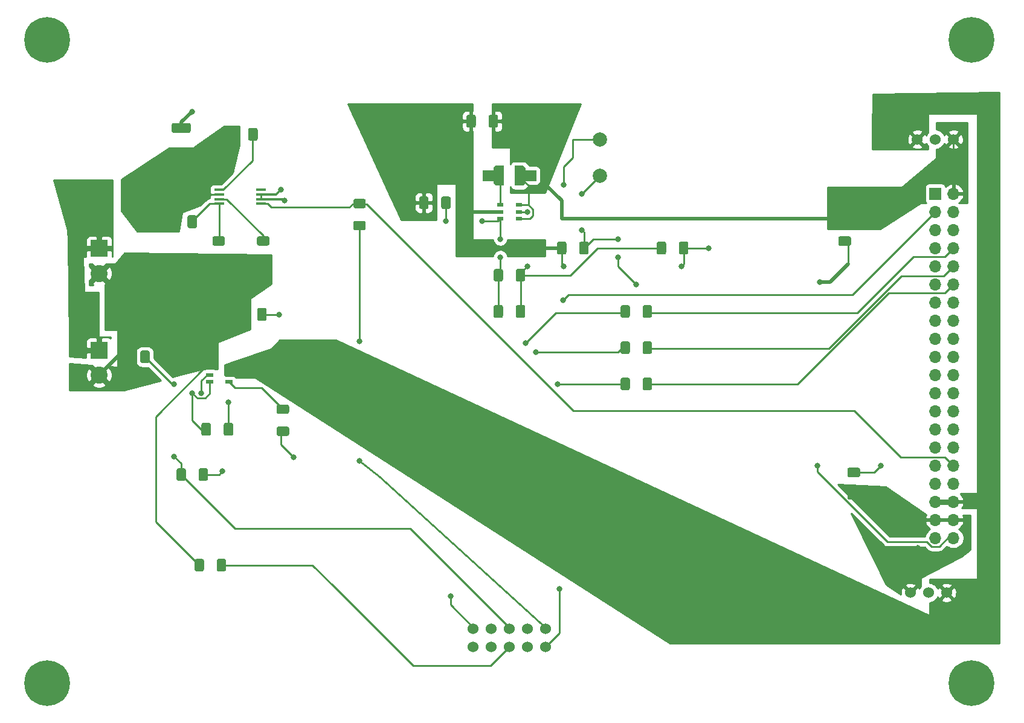
<source format=gtl>
G04 #@! TF.GenerationSoftware,KiCad,Pcbnew,(5.1.10-1-10_14)*
G04 #@! TF.CreationDate,2021-12-21T22:20:50-08:00*
G04 #@! TF.ProjectId,power,706f7765-722e-46b6-9963-61645f706362,rev?*
G04 #@! TF.SameCoordinates,Original*
G04 #@! TF.FileFunction,Copper,L1,Top*
G04 #@! TF.FilePolarity,Positive*
%FSLAX46Y46*%
G04 Gerber Fmt 4.6, Leading zero omitted, Abs format (unit mm)*
G04 Created by KiCad (PCBNEW (5.1.10-1-10_14)) date 2021-12-21 22:20:50*
%MOMM*%
%LPD*%
G01*
G04 APERTURE LIST*
G04 #@! TA.AperFunction,SMDPad,CuDef*
%ADD10R,2.286000X3.048000*%
G04 #@! TD*
G04 #@! TA.AperFunction,ComponentPad*
%ADD11O,1.700000X1.700000*%
G04 #@! TD*
G04 #@! TA.AperFunction,ComponentPad*
%ADD12R,1.700000X1.700000*%
G04 #@! TD*
G04 #@! TA.AperFunction,ComponentPad*
%ADD13C,6.400000*%
G04 #@! TD*
G04 #@! TA.AperFunction,ComponentPad*
%ADD14R,2.400000X2.400000*%
G04 #@! TD*
G04 #@! TA.AperFunction,ComponentPad*
%ADD15C,2.400000*%
G04 #@! TD*
G04 #@! TA.AperFunction,SMDPad,CuDef*
%ADD16R,1.422400X0.355600*%
G04 #@! TD*
G04 #@! TA.AperFunction,SMDPad,CuDef*
%ADD17R,1.016000X0.508000*%
G04 #@! TD*
G04 #@! TA.AperFunction,ComponentPad*
%ADD18C,1.524000*%
G04 #@! TD*
G04 #@! TA.AperFunction,ComponentPad*
%ADD19C,2.000000*%
G04 #@! TD*
G04 #@! TA.AperFunction,SMDPad,CuDef*
%ADD20R,0.876300X0.508000*%
G04 #@! TD*
G04 #@! TA.AperFunction,SMDPad,CuDef*
%ADD21C,0.100000*%
G04 #@! TD*
G04 #@! TA.AperFunction,ViaPad*
%ADD22C,0.800000*%
G04 #@! TD*
G04 #@! TA.AperFunction,Conductor*
%ADD23C,0.500000*%
G04 #@! TD*
G04 #@! TA.AperFunction,Conductor*
%ADD24C,0.375000*%
G04 #@! TD*
G04 #@! TA.AperFunction,Conductor*
%ADD25C,0.250000*%
G04 #@! TD*
G04 #@! TA.AperFunction,Conductor*
%ADD26C,0.762000*%
G04 #@! TD*
G04 #@! TA.AperFunction,Conductor*
%ADD27C,0.254000*%
G04 #@! TD*
G04 #@! TA.AperFunction,Conductor*
%ADD28C,0.100000*%
G04 #@! TD*
G04 APERTURE END LIST*
D10*
X42790000Y-52250000D03*
X37710000Y-52250000D03*
D11*
X157480000Y-100330000D03*
X154940000Y-100330000D03*
X157480000Y-97790000D03*
X154940000Y-97790000D03*
X157480000Y-95250000D03*
X154940000Y-95250000D03*
X157480000Y-92710000D03*
X154940000Y-92710000D03*
X157480000Y-90170000D03*
X154940000Y-90170000D03*
X157480000Y-87630000D03*
X154940000Y-87630000D03*
X157480000Y-85090000D03*
X154940000Y-85090000D03*
X157480000Y-82550000D03*
X154940000Y-82550000D03*
X157480000Y-80010000D03*
X154940000Y-80010000D03*
X157480000Y-77470000D03*
X154940000Y-77470000D03*
X157480000Y-74930000D03*
X154940000Y-74930000D03*
X157480000Y-72390000D03*
X154940000Y-72390000D03*
X157480000Y-69850000D03*
X154940000Y-69850000D03*
X157480000Y-67310000D03*
X154940000Y-67310000D03*
X157480000Y-64770000D03*
X154940000Y-64770000D03*
X157480000Y-62230000D03*
X154940000Y-62230000D03*
X157480000Y-59690000D03*
X154940000Y-59690000D03*
X157480000Y-57150000D03*
X154940000Y-57150000D03*
X157480000Y-54610000D03*
X154940000Y-54610000D03*
X157480000Y-52070000D03*
D12*
X154940000Y-52070000D03*
D13*
X160020000Y-120650000D03*
X30480000Y-120650000D03*
X160020000Y-30480000D03*
X30480000Y-30480000D03*
D14*
X37750000Y-74000000D03*
D15*
X37750000Y-77500000D03*
X37750000Y-63250000D03*
D14*
X37750000Y-59750000D03*
D16*
X54579000Y-51525001D03*
X54579000Y-52174999D03*
X54579000Y-52825001D03*
X54579000Y-53474999D03*
X60421000Y-53474999D03*
X60421000Y-52825001D03*
X60421000Y-52174999D03*
X60421000Y-51525001D03*
G04 #@! TA.AperFunction,SMDPad,CuDef*
G36*
G01*
X56850000Y-43099999D02*
X56850000Y-44400001D01*
G75*
G02*
X56600001Y-44650000I-249999J0D01*
G01*
X55774999Y-44650000D01*
G75*
G02*
X55525000Y-44400001I0J249999D01*
G01*
X55525000Y-43099999D01*
G75*
G02*
X55774999Y-42850000I249999J0D01*
G01*
X56600001Y-42850000D01*
G75*
G02*
X56850000Y-43099999I0J-249999D01*
G01*
G37*
G04 #@! TD.AperFunction*
G04 #@! TA.AperFunction,SMDPad,CuDef*
G36*
G01*
X59975000Y-43099999D02*
X59975000Y-44400001D01*
G75*
G02*
X59725001Y-44650000I-249999J0D01*
G01*
X58899999Y-44650000D01*
G75*
G02*
X58650000Y-44400001I0J249999D01*
G01*
X58650000Y-43099999D01*
G75*
G02*
X58899999Y-42850000I249999J0D01*
G01*
X59725001Y-42850000D01*
G75*
G02*
X59975000Y-43099999I0J-249999D01*
G01*
G37*
G04 #@! TD.AperFunction*
G04 #@! TA.AperFunction,SMDPad,CuDef*
G36*
G01*
X51475000Y-55349999D02*
X51475000Y-56650001D01*
G75*
G02*
X51225001Y-56900000I-249999J0D01*
G01*
X50399999Y-56900000D01*
G75*
G02*
X50150000Y-56650001I0J249999D01*
G01*
X50150000Y-55349999D01*
G75*
G02*
X50399999Y-55100000I249999J0D01*
G01*
X51225001Y-55100000D01*
G75*
G02*
X51475000Y-55349999I0J-249999D01*
G01*
G37*
G04 #@! TD.AperFunction*
G04 #@! TA.AperFunction,SMDPad,CuDef*
G36*
G01*
X48350000Y-55349999D02*
X48350000Y-56650001D01*
G75*
G02*
X48100001Y-56900000I-249999J0D01*
G01*
X47274999Y-56900000D01*
G75*
G02*
X47025000Y-56650001I0J249999D01*
G01*
X47025000Y-55349999D01*
G75*
G02*
X47274999Y-55100000I249999J0D01*
G01*
X48100001Y-55100000D01*
G75*
G02*
X48350000Y-55349999I0J-249999D01*
G01*
G37*
G04 #@! TD.AperFunction*
G04 #@! TA.AperFunction,SMDPad,CuDef*
G36*
G01*
X144160001Y-94935000D02*
X142859999Y-94935000D01*
G75*
G02*
X142610000Y-94685001I0J249999D01*
G01*
X142610000Y-93859999D01*
G75*
G02*
X142859999Y-93610000I249999J0D01*
G01*
X144160001Y-93610000D01*
G75*
G02*
X144410000Y-93859999I0J-249999D01*
G01*
X144410000Y-94685001D01*
G75*
G02*
X144160001Y-94935000I-249999J0D01*
G01*
G37*
G04 #@! TD.AperFunction*
G04 #@! TA.AperFunction,SMDPad,CuDef*
G36*
G01*
X144160001Y-91810000D02*
X142859999Y-91810000D01*
G75*
G02*
X142610000Y-91560001I0J249999D01*
G01*
X142610000Y-90734999D01*
G75*
G02*
X142859999Y-90485000I249999J0D01*
G01*
X144160001Y-90485000D01*
G75*
G02*
X144410000Y-90734999I0J-249999D01*
G01*
X144410000Y-91560001D01*
G75*
G02*
X144160001Y-91810000I-249999J0D01*
G01*
G37*
G04 #@! TD.AperFunction*
G04 #@! TA.AperFunction,SMDPad,CuDef*
G36*
G01*
X141589999Y-58050000D02*
X142890001Y-58050000D01*
G75*
G02*
X143140000Y-58299999I0J-249999D01*
G01*
X143140000Y-59125001D01*
G75*
G02*
X142890001Y-59375000I-249999J0D01*
G01*
X141589999Y-59375000D01*
G75*
G02*
X141340000Y-59125001I0J249999D01*
G01*
X141340000Y-58299999D01*
G75*
G02*
X141589999Y-58050000I249999J0D01*
G01*
G37*
G04 #@! TD.AperFunction*
G04 #@! TA.AperFunction,SMDPad,CuDef*
G36*
G01*
X141589999Y-54925000D02*
X142890001Y-54925000D01*
G75*
G02*
X143140000Y-55174999I0J-249999D01*
G01*
X143140000Y-56000001D01*
G75*
G02*
X142890001Y-56250000I-249999J0D01*
G01*
X141589999Y-56250000D01*
G75*
G02*
X141340000Y-56000001I0J249999D01*
G01*
X141340000Y-55174999D01*
G75*
G02*
X141589999Y-54925000I249999J0D01*
G01*
G37*
G04 #@! TD.AperFunction*
G04 #@! TA.AperFunction,SMDPad,CuDef*
G36*
G01*
X53417500Y-84439999D02*
X53417500Y-85740001D01*
G75*
G02*
X53167501Y-85990000I-249999J0D01*
G01*
X52342499Y-85990000D01*
G75*
G02*
X52092500Y-85740001I0J249999D01*
G01*
X52092500Y-84439999D01*
G75*
G02*
X52342499Y-84190000I249999J0D01*
G01*
X53167501Y-84190000D01*
G75*
G02*
X53417500Y-84439999I0J-249999D01*
G01*
G37*
G04 #@! TD.AperFunction*
G04 #@! TA.AperFunction,SMDPad,CuDef*
G36*
G01*
X56542500Y-84439999D02*
X56542500Y-85740001D01*
G75*
G02*
X56292501Y-85990000I-249999J0D01*
G01*
X55467499Y-85990000D01*
G75*
G02*
X55217500Y-85740001I0J249999D01*
G01*
X55217500Y-84439999D01*
G75*
G02*
X55467499Y-84190000I249999J0D01*
G01*
X56292501Y-84190000D01*
G75*
G02*
X56542500Y-84439999I0J-249999D01*
G01*
G37*
G04 #@! TD.AperFunction*
G04 #@! TA.AperFunction,SMDPad,CuDef*
G36*
G01*
X56775000Y-69650001D02*
X56775000Y-68349999D01*
G75*
G02*
X57024999Y-68100000I249999J0D01*
G01*
X57850001Y-68100000D01*
G75*
G02*
X58100000Y-68349999I0J-249999D01*
G01*
X58100000Y-69650001D01*
G75*
G02*
X57850001Y-69900000I-249999J0D01*
G01*
X57024999Y-69900000D01*
G75*
G02*
X56775000Y-69650001I0J249999D01*
G01*
G37*
G04 #@! TD.AperFunction*
G04 #@! TA.AperFunction,SMDPad,CuDef*
G36*
G01*
X59900000Y-69650001D02*
X59900000Y-68349999D01*
G75*
G02*
X60149999Y-68100000I249999J0D01*
G01*
X60975001Y-68100000D01*
G75*
G02*
X61225000Y-68349999I0J-249999D01*
G01*
X61225000Y-69650001D01*
G75*
G02*
X60975001Y-69900000I-249999J0D01*
G01*
X60149999Y-69900000D01*
G75*
G02*
X59900000Y-69650001I0J249999D01*
G01*
G37*
G04 #@! TD.AperFunction*
D17*
X55943500Y-78420001D03*
X55943500Y-77470000D03*
X55943500Y-76519999D03*
X53276500Y-76519999D03*
X53276500Y-77470000D03*
X53276500Y-78420001D03*
D18*
X152400000Y-44450000D03*
X154940000Y-44450000D03*
X157480000Y-44450000D03*
X151460000Y-108000000D03*
X154000000Y-108000000D03*
X156540000Y-108000000D03*
G04 #@! TA.AperFunction,SMDPad,CuDef*
G36*
G01*
X60125000Y-61150000D02*
X61375000Y-61150000D01*
G75*
G02*
X61625000Y-61400000I0J-250000D01*
G01*
X61625000Y-62200000D01*
G75*
G02*
X61375000Y-62450000I-250000J0D01*
G01*
X60125000Y-62450000D01*
G75*
G02*
X59875000Y-62200000I0J250000D01*
G01*
X59875000Y-61400000D01*
G75*
G02*
X60125000Y-61150000I250000J0D01*
G01*
G37*
G04 #@! TD.AperFunction*
G04 #@! TA.AperFunction,SMDPad,CuDef*
G36*
G01*
X60125000Y-58050000D02*
X61375000Y-58050000D01*
G75*
G02*
X61625000Y-58300000I0J-250000D01*
G01*
X61625000Y-59100000D01*
G75*
G02*
X61375000Y-59350000I-250000J0D01*
G01*
X60125000Y-59350000D01*
G75*
G02*
X59875000Y-59100000I0J250000D01*
G01*
X59875000Y-58300000D01*
G75*
G02*
X60125000Y-58050000I250000J0D01*
G01*
G37*
G04 #@! TD.AperFunction*
G04 #@! TA.AperFunction,SMDPad,CuDef*
G36*
G01*
X53875000Y-58050000D02*
X55125000Y-58050000D01*
G75*
G02*
X55375000Y-58300000I0J-250000D01*
G01*
X55375000Y-59100000D01*
G75*
G02*
X55125000Y-59350000I-250000J0D01*
G01*
X53875000Y-59350000D01*
G75*
G02*
X53625000Y-59100000I0J250000D01*
G01*
X53625000Y-58300000D01*
G75*
G02*
X53875000Y-58050000I250000J0D01*
G01*
G37*
G04 #@! TD.AperFunction*
G04 #@! TA.AperFunction,SMDPad,CuDef*
G36*
G01*
X53875000Y-61150000D02*
X55125000Y-61150000D01*
G75*
G02*
X55375000Y-61400000I0J-250000D01*
G01*
X55375000Y-62200000D01*
G75*
G02*
X55125000Y-62450000I-250000J0D01*
G01*
X53875000Y-62450000D01*
G75*
G02*
X53625000Y-62200000I0J250000D01*
G01*
X53625000Y-61400000D01*
G75*
G02*
X53875000Y-61150000I250000J0D01*
G01*
G37*
G04 #@! TD.AperFunction*
G04 #@! TA.AperFunction,SMDPad,CuDef*
G36*
G01*
X48174999Y-42150000D02*
X50325001Y-42150000D01*
G75*
G02*
X50575000Y-42399999I0J-249999D01*
G01*
X50575000Y-43300001D01*
G75*
G02*
X50325001Y-43550000I-249999J0D01*
G01*
X48174999Y-43550000D01*
G75*
G02*
X47925000Y-43300001I0J249999D01*
G01*
X47925000Y-42399999D01*
G75*
G02*
X48174999Y-42150000I249999J0D01*
G01*
G37*
G04 #@! TD.AperFunction*
G04 #@! TA.AperFunction,SMDPad,CuDef*
G36*
G01*
X48174999Y-46950000D02*
X50325001Y-46950000D01*
G75*
G02*
X50575000Y-47199999I0J-249999D01*
G01*
X50575000Y-48100001D01*
G75*
G02*
X50325001Y-48350000I-249999J0D01*
G01*
X48174999Y-48350000D01*
G75*
G02*
X47925000Y-48100001I0J249999D01*
G01*
X47925000Y-47199999D01*
G75*
G02*
X48174999Y-46950000I249999J0D01*
G01*
G37*
G04 #@! TD.AperFunction*
G04 #@! TA.AperFunction,SMDPad,CuDef*
G36*
G01*
X74875000Y-57200000D02*
X73625000Y-57200000D01*
G75*
G02*
X73375000Y-56950000I0J250000D01*
G01*
X73375000Y-56150000D01*
G75*
G02*
X73625000Y-55900000I250000J0D01*
G01*
X74875000Y-55900000D01*
G75*
G02*
X75125000Y-56150000I0J-250000D01*
G01*
X75125000Y-56950000D01*
G75*
G02*
X74875000Y-57200000I-250000J0D01*
G01*
G37*
G04 #@! TD.AperFunction*
G04 #@! TA.AperFunction,SMDPad,CuDef*
G36*
G01*
X74875000Y-54100000D02*
X73625000Y-54100000D01*
G75*
G02*
X73375000Y-53850000I0J250000D01*
G01*
X73375000Y-53050000D01*
G75*
G02*
X73625000Y-52800000I250000J0D01*
G01*
X74875000Y-52800000D01*
G75*
G02*
X75125000Y-53050000I0J-250000D01*
G01*
X75125000Y-53850000D01*
G75*
G02*
X74875000Y-54100000I-250000J0D01*
G01*
G37*
G04 #@! TD.AperFunction*
G04 #@! TA.AperFunction,SMDPad,CuDef*
G36*
G01*
X62875000Y-84720000D02*
X64125000Y-84720000D01*
G75*
G02*
X64375000Y-84970000I0J-250000D01*
G01*
X64375000Y-85770000D01*
G75*
G02*
X64125000Y-86020000I-250000J0D01*
G01*
X62875000Y-86020000D01*
G75*
G02*
X62625000Y-85770000I0J250000D01*
G01*
X62625000Y-84970000D01*
G75*
G02*
X62875000Y-84720000I250000J0D01*
G01*
G37*
G04 #@! TD.AperFunction*
G04 #@! TA.AperFunction,SMDPad,CuDef*
G36*
G01*
X62875000Y-81620000D02*
X64125000Y-81620000D01*
G75*
G02*
X64375000Y-81870000I0J-250000D01*
G01*
X64375000Y-82670000D01*
G75*
G02*
X64125000Y-82920000I-250000J0D01*
G01*
X62875000Y-82920000D01*
G75*
G02*
X62625000Y-82670000I0J250000D01*
G01*
X62625000Y-81870000D01*
G75*
G02*
X62875000Y-81620000I250000J0D01*
G01*
G37*
G04 #@! TD.AperFunction*
G04 #@! TA.AperFunction,SMDPad,CuDef*
G36*
G01*
X43520000Y-75555000D02*
X43520000Y-74305000D01*
G75*
G02*
X43770000Y-74055000I250000J0D01*
G01*
X44570000Y-74055000D01*
G75*
G02*
X44820000Y-74305000I0J-250000D01*
G01*
X44820000Y-75555000D01*
G75*
G02*
X44570000Y-75805000I-250000J0D01*
G01*
X43770000Y-75805000D01*
G75*
G02*
X43520000Y-75555000I0J250000D01*
G01*
G37*
G04 #@! TD.AperFunction*
G04 #@! TA.AperFunction,SMDPad,CuDef*
G36*
G01*
X46620000Y-75555000D02*
X46620000Y-74305000D01*
G75*
G02*
X46870000Y-74055000I250000J0D01*
G01*
X47670000Y-74055000D01*
G75*
G02*
X47920000Y-74305000I0J-250000D01*
G01*
X47920000Y-75555000D01*
G75*
G02*
X47670000Y-75805000I-250000J0D01*
G01*
X46870000Y-75805000D01*
G75*
G02*
X46620000Y-75555000I0J250000D01*
G01*
G37*
G04 #@! TD.AperFunction*
G04 #@! TA.AperFunction,SMDPad,CuDef*
G36*
G01*
X97475000Y-67929999D02*
X97475000Y-69230001D01*
G75*
G02*
X97225001Y-69480000I-249999J0D01*
G01*
X96399999Y-69480000D01*
G75*
G02*
X96150000Y-69230001I0J249999D01*
G01*
X96150000Y-67929999D01*
G75*
G02*
X96399999Y-67680000I249999J0D01*
G01*
X97225001Y-67680000D01*
G75*
G02*
X97475000Y-67929999I0J-249999D01*
G01*
G37*
G04 #@! TD.AperFunction*
G04 #@! TA.AperFunction,SMDPad,CuDef*
G36*
G01*
X94350000Y-67929999D02*
X94350000Y-69230001D01*
G75*
G02*
X94100001Y-69480000I-249999J0D01*
G01*
X93274999Y-69480000D01*
G75*
G02*
X93025000Y-69230001I0J249999D01*
G01*
X93025000Y-67929999D01*
G75*
G02*
X93274999Y-67680000I249999J0D01*
G01*
X94100001Y-67680000D01*
G75*
G02*
X94350000Y-67929999I0J-249999D01*
G01*
G37*
G04 #@! TD.AperFunction*
G04 #@! TA.AperFunction,SMDPad,CuDef*
G36*
G01*
X119010000Y-60340001D02*
X119010000Y-59039999D01*
G75*
G02*
X119259999Y-58790000I249999J0D01*
G01*
X120085001Y-58790000D01*
G75*
G02*
X120335000Y-59039999I0J-249999D01*
G01*
X120335000Y-60340001D01*
G75*
G02*
X120085001Y-60590000I-249999J0D01*
G01*
X119259999Y-60590000D01*
G75*
G02*
X119010000Y-60340001I0J249999D01*
G01*
G37*
G04 #@! TD.AperFunction*
G04 #@! TA.AperFunction,SMDPad,CuDef*
G36*
G01*
X115885000Y-60340001D02*
X115885000Y-59039999D01*
G75*
G02*
X116134999Y-58790000I249999J0D01*
G01*
X116960001Y-58790000D01*
G75*
G02*
X117210000Y-59039999I0J-249999D01*
G01*
X117210000Y-60340001D01*
G75*
G02*
X116960001Y-60590000I-249999J0D01*
G01*
X116134999Y-60590000D01*
G75*
G02*
X115885000Y-60340001I0J249999D01*
G01*
G37*
G04 #@! TD.AperFunction*
G04 #@! TA.AperFunction,SMDPad,CuDef*
G36*
G01*
X106365000Y-59039999D02*
X106365000Y-60340001D01*
G75*
G02*
X106115001Y-60590000I-249999J0D01*
G01*
X105289999Y-60590000D01*
G75*
G02*
X105040000Y-60340001I0J249999D01*
G01*
X105040000Y-59039999D01*
G75*
G02*
X105289999Y-58790000I249999J0D01*
G01*
X106115001Y-58790000D01*
G75*
G02*
X106365000Y-59039999I0J-249999D01*
G01*
G37*
G04 #@! TD.AperFunction*
G04 #@! TA.AperFunction,SMDPad,CuDef*
G36*
G01*
X103240000Y-59039999D02*
X103240000Y-60340001D01*
G75*
G02*
X102990001Y-60590000I-249999J0D01*
G01*
X102164999Y-60590000D01*
G75*
G02*
X101915000Y-60340001I0J249999D01*
G01*
X101915000Y-59039999D01*
G75*
G02*
X102164999Y-58790000I249999J0D01*
G01*
X102990001Y-58790000D01*
G75*
G02*
X103240000Y-59039999I0J-249999D01*
G01*
G37*
G04 #@! TD.AperFunction*
G04 #@! TA.AperFunction,SMDPad,CuDef*
G36*
G01*
X90540000Y-41259999D02*
X90540000Y-42560001D01*
G75*
G02*
X90290001Y-42810000I-249999J0D01*
G01*
X89464999Y-42810000D01*
G75*
G02*
X89215000Y-42560001I0J249999D01*
G01*
X89215000Y-41259999D01*
G75*
G02*
X89464999Y-41010000I249999J0D01*
G01*
X90290001Y-41010000D01*
G75*
G02*
X90540000Y-41259999I0J-249999D01*
G01*
G37*
G04 #@! TD.AperFunction*
G04 #@! TA.AperFunction,SMDPad,CuDef*
G36*
G01*
X93665000Y-41259999D02*
X93665000Y-42560001D01*
G75*
G02*
X93415001Y-42810000I-249999J0D01*
G01*
X92589999Y-42810000D01*
G75*
G02*
X92340000Y-42560001I0J249999D01*
G01*
X92340000Y-41259999D01*
G75*
G02*
X92589999Y-41010000I249999J0D01*
G01*
X93415001Y-41010000D01*
G75*
G02*
X93665000Y-41259999I0J-249999D01*
G01*
G37*
G04 #@! TD.AperFunction*
D19*
X107950000Y-44450000D03*
X107950000Y-49530000D03*
G04 #@! TA.AperFunction,SMDPad,CuDef*
G36*
G01*
X87010000Y-52715000D02*
X87010000Y-53965000D01*
G75*
G02*
X86760000Y-54215000I-250000J0D01*
G01*
X85960000Y-54215000D01*
G75*
G02*
X85710000Y-53965000I0J250000D01*
G01*
X85710000Y-52715000D01*
G75*
G02*
X85960000Y-52465000I250000J0D01*
G01*
X86760000Y-52465000D01*
G75*
G02*
X87010000Y-52715000I0J-250000D01*
G01*
G37*
G04 #@! TD.AperFunction*
G04 #@! TA.AperFunction,SMDPad,CuDef*
G36*
G01*
X83910000Y-52715000D02*
X83910000Y-53965000D01*
G75*
G02*
X83660000Y-54215000I-250000J0D01*
G01*
X82860000Y-54215000D01*
G75*
G02*
X82610000Y-53965000I0J250000D01*
G01*
X82610000Y-52715000D01*
G75*
G02*
X82860000Y-52465000I250000J0D01*
G01*
X83660000Y-52465000D01*
G75*
G02*
X83910000Y-52715000I0J-250000D01*
G01*
G37*
G04 #@! TD.AperFunction*
G04 #@! TA.AperFunction,SMDPad,CuDef*
G36*
G01*
X94350000Y-62875000D02*
X94350000Y-64125000D01*
G75*
G02*
X94100000Y-64375000I-250000J0D01*
G01*
X93300000Y-64375000D01*
G75*
G02*
X93050000Y-64125000I0J250000D01*
G01*
X93050000Y-62875000D01*
G75*
G02*
X93300000Y-62625000I250000J0D01*
G01*
X94100000Y-62625000D01*
G75*
G02*
X94350000Y-62875000I0J-250000D01*
G01*
G37*
G04 #@! TD.AperFunction*
G04 #@! TA.AperFunction,SMDPad,CuDef*
G36*
G01*
X97450000Y-62875000D02*
X97450000Y-64125000D01*
G75*
G02*
X97200000Y-64375000I-250000J0D01*
G01*
X96400000Y-64375000D01*
G75*
G02*
X96150000Y-64125000I0J250000D01*
G01*
X96150000Y-62875000D01*
G75*
G02*
X96400000Y-62625000I250000J0D01*
G01*
X97200000Y-62625000D01*
G75*
G02*
X97450000Y-62875000I0J-250000D01*
G01*
G37*
G04 #@! TD.AperFunction*
D20*
X93935550Y-53659999D03*
X93935550Y-54610000D03*
X93935550Y-55560001D03*
X96564450Y-55560001D03*
X96564450Y-54610000D03*
X96564450Y-53659999D03*
D18*
X90170000Y-115570000D03*
X90170000Y-113030000D03*
X92710000Y-115570000D03*
X92710000Y-113030000D03*
X95250000Y-115570000D03*
X95250000Y-113030000D03*
X97790000Y-115570000D03*
X97790000Y-113030000D03*
X100330000Y-115570000D03*
X100330000Y-113030000D03*
G04 #@! TA.AperFunction,SMDPad,CuDef*
D21*
G36*
X94500975Y-48125096D02*
G01*
X94501913Y-48125381D01*
X94502778Y-48125843D01*
X94503536Y-48126464D01*
X94504157Y-48127222D01*
X94504619Y-48128087D01*
X94504904Y-48129025D01*
X94505000Y-48130000D01*
X94505000Y-50930000D01*
X94504904Y-50930975D01*
X94504619Y-50931913D01*
X94504157Y-50932778D01*
X94503536Y-50933536D01*
X94502778Y-50934157D01*
X94501913Y-50934619D01*
X94500975Y-50934904D01*
X94500000Y-50935000D01*
X93300000Y-50935000D01*
X93299025Y-50934904D01*
X93298087Y-50934619D01*
X93297222Y-50934157D01*
X93296204Y-50933254D01*
X92996204Y-50583254D01*
X92995642Y-50582451D01*
X92995247Y-50581553D01*
X92995036Y-50580596D01*
X92995000Y-50580000D01*
X92995000Y-50285000D01*
X91500000Y-50285000D01*
X91499025Y-50284904D01*
X91498087Y-50284619D01*
X91497222Y-50284157D01*
X91496464Y-50283536D01*
X91495843Y-50282778D01*
X91495381Y-50281913D01*
X91495096Y-50280975D01*
X91495000Y-50280000D01*
X91495000Y-48780000D01*
X91495096Y-48779025D01*
X91495381Y-48778087D01*
X91495843Y-48777222D01*
X91496464Y-48776464D01*
X91497222Y-48775843D01*
X91498087Y-48775381D01*
X91499025Y-48775096D01*
X91500000Y-48775000D01*
X92995000Y-48775000D01*
X92995000Y-48480000D01*
X92995096Y-48479025D01*
X92995381Y-48478087D01*
X92995843Y-48477222D01*
X92996204Y-48476746D01*
X93296204Y-48126746D01*
X93296911Y-48126068D01*
X93297738Y-48125541D01*
X93298651Y-48125185D01*
X93300000Y-48125000D01*
X94500000Y-48125000D01*
X94500975Y-48125096D01*
G37*
G04 #@! TD.AperFunction*
G04 #@! TA.AperFunction,SMDPad,CuDef*
G36*
X97200975Y-48125096D02*
G01*
X97201913Y-48125381D01*
X97202778Y-48125843D01*
X97203796Y-48126746D01*
X97503796Y-48476746D01*
X97504358Y-48477549D01*
X97504753Y-48478447D01*
X97504964Y-48479404D01*
X97505000Y-48480000D01*
X97505000Y-48775000D01*
X99000000Y-48775000D01*
X99000975Y-48775096D01*
X99001913Y-48775381D01*
X99002778Y-48775843D01*
X99003536Y-48776464D01*
X99004157Y-48777222D01*
X99004619Y-48778087D01*
X99004904Y-48779025D01*
X99005000Y-48780000D01*
X99005000Y-50280000D01*
X99004904Y-50280975D01*
X99004619Y-50281913D01*
X99004157Y-50282778D01*
X99003536Y-50283536D01*
X99002778Y-50284157D01*
X99001913Y-50284619D01*
X99000975Y-50284904D01*
X99000000Y-50285000D01*
X97505000Y-50285000D01*
X97505000Y-50580000D01*
X97504904Y-50580975D01*
X97504619Y-50581913D01*
X97504157Y-50582778D01*
X97503796Y-50583254D01*
X97203796Y-50933254D01*
X97203089Y-50933932D01*
X97202262Y-50934459D01*
X97201349Y-50934815D01*
X97200000Y-50935000D01*
X96000000Y-50935000D01*
X95999025Y-50934904D01*
X95998087Y-50934619D01*
X95997222Y-50934157D01*
X95996464Y-50933536D01*
X95995843Y-50932778D01*
X95995381Y-50931913D01*
X95995096Y-50930975D01*
X95995000Y-50930000D01*
X95995000Y-48130000D01*
X95995096Y-48129025D01*
X95995381Y-48128087D01*
X95995843Y-48127222D01*
X95996464Y-48126464D01*
X95997222Y-48125843D01*
X95998087Y-48125381D01*
X95999025Y-48125096D01*
X96000000Y-48125000D01*
X97200000Y-48125000D01*
X97200975Y-48125096D01*
G37*
G04 #@! TD.AperFunction*
G04 #@! TA.AperFunction,SMDPad,CuDef*
G36*
G01*
X115230000Y-78115000D02*
X115230000Y-79365000D01*
G75*
G02*
X114980000Y-79615000I-250000J0D01*
G01*
X114180000Y-79615000D01*
G75*
G02*
X113930000Y-79365000I0J250000D01*
G01*
X113930000Y-78115000D01*
G75*
G02*
X114180000Y-77865000I250000J0D01*
G01*
X114980000Y-77865000D01*
G75*
G02*
X115230000Y-78115000I0J-250000D01*
G01*
G37*
G04 #@! TD.AperFunction*
G04 #@! TA.AperFunction,SMDPad,CuDef*
G36*
G01*
X112130000Y-78115000D02*
X112130000Y-79365000D01*
G75*
G02*
X111880000Y-79615000I-250000J0D01*
G01*
X111080000Y-79615000D01*
G75*
G02*
X110830000Y-79365000I0J250000D01*
G01*
X110830000Y-78115000D01*
G75*
G02*
X111080000Y-77865000I250000J0D01*
G01*
X111880000Y-77865000D01*
G75*
G02*
X112130000Y-78115000I0J-250000D01*
G01*
G37*
G04 #@! TD.AperFunction*
G04 #@! TA.AperFunction,SMDPad,CuDef*
G36*
G01*
X112130000Y-73035000D02*
X112130000Y-74285000D01*
G75*
G02*
X111880000Y-74535000I-250000J0D01*
G01*
X111080000Y-74535000D01*
G75*
G02*
X110830000Y-74285000I0J250000D01*
G01*
X110830000Y-73035000D01*
G75*
G02*
X111080000Y-72785000I250000J0D01*
G01*
X111880000Y-72785000D01*
G75*
G02*
X112130000Y-73035000I0J-250000D01*
G01*
G37*
G04 #@! TD.AperFunction*
G04 #@! TA.AperFunction,SMDPad,CuDef*
G36*
G01*
X115230000Y-73035000D02*
X115230000Y-74285000D01*
G75*
G02*
X114980000Y-74535000I-250000J0D01*
G01*
X114180000Y-74535000D01*
G75*
G02*
X113930000Y-74285000I0J250000D01*
G01*
X113930000Y-73035000D01*
G75*
G02*
X114180000Y-72785000I250000J0D01*
G01*
X114980000Y-72785000D01*
G75*
G02*
X115230000Y-73035000I0J-250000D01*
G01*
G37*
G04 #@! TD.AperFunction*
G04 #@! TA.AperFunction,SMDPad,CuDef*
G36*
G01*
X115230000Y-67955000D02*
X115230000Y-69205000D01*
G75*
G02*
X114980000Y-69455000I-250000J0D01*
G01*
X114180000Y-69455000D01*
G75*
G02*
X113930000Y-69205000I0J250000D01*
G01*
X113930000Y-67955000D01*
G75*
G02*
X114180000Y-67705000I250000J0D01*
G01*
X114980000Y-67705000D01*
G75*
G02*
X115230000Y-67955000I0J-250000D01*
G01*
G37*
G04 #@! TD.AperFunction*
G04 #@! TA.AperFunction,SMDPad,CuDef*
G36*
G01*
X112130000Y-67955000D02*
X112130000Y-69205000D01*
G75*
G02*
X111880000Y-69455000I-250000J0D01*
G01*
X111080000Y-69455000D01*
G75*
G02*
X110830000Y-69205000I0J250000D01*
G01*
X110830000Y-67955000D01*
G75*
G02*
X111080000Y-67705000I250000J0D01*
G01*
X111880000Y-67705000D01*
G75*
G02*
X112130000Y-67955000I0J-250000D01*
G01*
G37*
G04 #@! TD.AperFunction*
G04 #@! TA.AperFunction,SMDPad,CuDef*
G36*
G01*
X54240000Y-104765000D02*
X54240000Y-103515000D01*
G75*
G02*
X54490000Y-103265000I250000J0D01*
G01*
X55290000Y-103265000D01*
G75*
G02*
X55540000Y-103515000I0J-250000D01*
G01*
X55540000Y-104765000D01*
G75*
G02*
X55290000Y-105015000I-250000J0D01*
G01*
X54490000Y-105015000D01*
G75*
G02*
X54240000Y-104765000I0J250000D01*
G01*
G37*
G04 #@! TD.AperFunction*
G04 #@! TA.AperFunction,SMDPad,CuDef*
G36*
G01*
X51140000Y-104765000D02*
X51140000Y-103515000D01*
G75*
G02*
X51390000Y-103265000I250000J0D01*
G01*
X52190000Y-103265000D01*
G75*
G02*
X52440000Y-103515000I0J-250000D01*
G01*
X52440000Y-104765000D01*
G75*
G02*
X52190000Y-105015000I-250000J0D01*
G01*
X51390000Y-105015000D01*
G75*
G02*
X51140000Y-104765000I0J250000D01*
G01*
G37*
G04 #@! TD.AperFunction*
G04 #@! TA.AperFunction,SMDPad,CuDef*
G36*
G01*
X48600000Y-92065000D02*
X48600000Y-90815000D01*
G75*
G02*
X48850000Y-90565000I250000J0D01*
G01*
X49650000Y-90565000D01*
G75*
G02*
X49900000Y-90815000I0J-250000D01*
G01*
X49900000Y-92065000D01*
G75*
G02*
X49650000Y-92315000I-250000J0D01*
G01*
X48850000Y-92315000D01*
G75*
G02*
X48600000Y-92065000I0J250000D01*
G01*
G37*
G04 #@! TD.AperFunction*
G04 #@! TA.AperFunction,SMDPad,CuDef*
G36*
G01*
X51700000Y-92065000D02*
X51700000Y-90815000D01*
G75*
G02*
X51950000Y-90565000I250000J0D01*
G01*
X52750000Y-90565000D01*
G75*
G02*
X53000000Y-90815000I0J-250000D01*
G01*
X53000000Y-92065000D01*
G75*
G02*
X52750000Y-92315000I-250000J0D01*
G01*
X51950000Y-92315000D01*
G75*
G02*
X51700000Y-92065000I0J250000D01*
G01*
G37*
G04 #@! TD.AperFunction*
D22*
X50750000Y-40550000D03*
X63250000Y-51500000D03*
X63750000Y-53000000D03*
X65000000Y-89000000D03*
X147320000Y-90170000D03*
X138750000Y-64500000D03*
X55000000Y-91000000D03*
X63000000Y-69000000D03*
X123190000Y-59690000D03*
X119380000Y-62230000D03*
X102870000Y-62230000D03*
X74250000Y-89500000D03*
X74250000Y-72750000D03*
X147320000Y-104140000D03*
X58420000Y-77470000D03*
X55880000Y-81280000D03*
X102250000Y-107500000D03*
X102750000Y-67000000D03*
X97500000Y-73000000D03*
X87000000Y-108500000D03*
X99000000Y-74250000D03*
X102000000Y-78750000D03*
X52070000Y-80010000D03*
X48260000Y-88900000D03*
X48260000Y-78740000D03*
X50800000Y-80010000D03*
X97790000Y-62230000D03*
X97790000Y-54610000D03*
X102870000Y-50800000D03*
X91440000Y-55880000D03*
X93980000Y-58420000D03*
X93980000Y-60960000D03*
X86360000Y-55880000D03*
X105410000Y-52070000D03*
X105410000Y-57150000D03*
X110490000Y-58420000D03*
X110490000Y-60960000D03*
X113030000Y-64770000D03*
X138430000Y-90170000D03*
D23*
X49250000Y-42050000D02*
X50750000Y-40550000D01*
X49250000Y-42912500D02*
X49250000Y-42050000D01*
D24*
X62575001Y-52174999D02*
X60421000Y-52174999D01*
X63250000Y-51500000D02*
X62575001Y-52174999D01*
X60421000Y-52825001D02*
X63575001Y-52825001D01*
D25*
X63575001Y-52825001D02*
X63750000Y-53000000D01*
X60421000Y-52174999D02*
X60421000Y-52825001D01*
X65000000Y-89000000D02*
X63250000Y-87250000D01*
X142750000Y-59222500D02*
X142240000Y-58712500D01*
X146342500Y-91147500D02*
X143510000Y-91147500D01*
X147320000Y-90170000D02*
X146342500Y-91147500D01*
D23*
X138750000Y-64500000D02*
X140152900Y-64500000D01*
D25*
X142750000Y-61902900D02*
X142750000Y-61153600D01*
D23*
X140152900Y-64500000D02*
X142750000Y-61902900D01*
D25*
X142750000Y-61902900D02*
X142750000Y-59222500D01*
X63250000Y-85620000D02*
X63500000Y-85370000D01*
X63250000Y-87250000D02*
X63250000Y-85620000D01*
X54560000Y-91440000D02*
X55000000Y-91000000D01*
X52350000Y-91440000D02*
X54560000Y-91440000D01*
X60562500Y-69000000D02*
X63000000Y-69000000D01*
X119672500Y-59690000D02*
X123190000Y-59690000D01*
X102870000Y-59982500D02*
X102577500Y-59690000D01*
X119672500Y-61937500D02*
X119380000Y-62230000D01*
X119672500Y-59690000D02*
X119672500Y-61937500D01*
D23*
X102577500Y-59690000D02*
X99060000Y-59690000D01*
D25*
X102577500Y-61937500D02*
X102870000Y-62230000D01*
X102577500Y-59690000D02*
X102577500Y-61937500D01*
D23*
X93935550Y-54610000D02*
X88900000Y-54610000D01*
D25*
X157480000Y-44450000D02*
X157480000Y-52070000D01*
X96564450Y-55560001D02*
X98109999Y-55560001D01*
X97913001Y-53659999D02*
X96564450Y-53659999D01*
X98515001Y-55154999D02*
X98515001Y-54261999D01*
X98515001Y-54261999D02*
X97913001Y-53659999D01*
X98109999Y-55560001D02*
X98515001Y-55154999D01*
D23*
X142240000Y-55587500D02*
X102970000Y-55587500D01*
D25*
X96500000Y-53595549D02*
X96564450Y-53659999D01*
D23*
X102970000Y-55587500D02*
X102577500Y-55587500D01*
X102577500Y-55587500D02*
X102577500Y-53047500D01*
X102577500Y-53047500D02*
X100330000Y-50800000D01*
D25*
X97913001Y-50943001D02*
X96500000Y-49530000D01*
X97913001Y-53659999D02*
X97913001Y-50943001D01*
X114737500Y-68750000D02*
X144000000Y-68750000D01*
X156304999Y-60865001D02*
X157480000Y-59690000D01*
X151884999Y-60865001D02*
X156304999Y-60865001D01*
X144000000Y-68750000D02*
X151884999Y-60865001D01*
X114750000Y-73750000D02*
X140000000Y-73750000D01*
X156115001Y-63594999D02*
X157480000Y-62230000D01*
X150155001Y-63594999D02*
X156115001Y-63594999D01*
X140000000Y-73750000D02*
X150155001Y-63594999D01*
X156304999Y-65945001D02*
X157480000Y-64770000D01*
X148441409Y-65945001D02*
X156304999Y-65945001D01*
X135636410Y-78750000D02*
X148441409Y-65945001D01*
X114750000Y-78750000D02*
X135636410Y-78750000D01*
D23*
X154940000Y-97790000D02*
X157480000Y-97790000D01*
D25*
X74250000Y-72750000D02*
X74250000Y-56487500D01*
X77000000Y-91750000D02*
X100410000Y-112960000D01*
X74250000Y-89500000D02*
X77000000Y-91750000D01*
D23*
X159500000Y-98000000D02*
X159500000Y-101750000D01*
X157480000Y-97790000D02*
X159290000Y-97790000D01*
D25*
X159290000Y-97790000D02*
X159500000Y-98000000D01*
D23*
X159500000Y-101750000D02*
X158750000Y-102500000D01*
X153500000Y-102500000D02*
X152500000Y-101500000D01*
X158750000Y-102500000D02*
X157500000Y-102500000D01*
X157500000Y-102500000D02*
X153500000Y-102500000D01*
D25*
X146680000Y-103500000D02*
X147320000Y-104140000D01*
X146680000Y-101500000D02*
X146680000Y-103500000D01*
X152500000Y-101500000D02*
X146680000Y-101500000D01*
X42000000Y-67500000D02*
X37750000Y-63250000D01*
X42000000Y-73250000D02*
X42000000Y-67500000D01*
X60750000Y-61737500D02*
X54500000Y-61737500D01*
D23*
X37750000Y-77500000D02*
X42000000Y-73250000D01*
D25*
X45720000Y-98070000D02*
X51790000Y-104140000D01*
X45720000Y-83318499D02*
X45720000Y-98070000D01*
X52518500Y-76519999D02*
X45720000Y-83318499D01*
X53276500Y-76519999D02*
X52518500Y-76519999D01*
D26*
X154940000Y-95250000D02*
X157480000Y-95250000D01*
D25*
X67187501Y-76549999D02*
X69750000Y-73987500D01*
D23*
X56374999Y-76549999D02*
X67187501Y-76549999D01*
D25*
X55943500Y-77470000D02*
X58420000Y-77470000D01*
X55880000Y-81280000D02*
X55880000Y-85090000D01*
X42790000Y-52250000D02*
X44183000Y-52250000D01*
X42865001Y-52174999D02*
X42790000Y-52250000D01*
X54579000Y-52174999D02*
X42865001Y-52174999D01*
X55112400Y-51525001D02*
X54579000Y-51525001D01*
X59237500Y-47399901D02*
X55112400Y-51525001D01*
X59237500Y-43750000D02*
X59237500Y-47399901D01*
X53262501Y-53474999D02*
X50737500Y-56000000D01*
X54579000Y-53474999D02*
X53262501Y-53474999D01*
X54579000Y-58683500D02*
X54500000Y-58762500D01*
X54579000Y-53474999D02*
X54579000Y-58683500D01*
X36648390Y-53311610D02*
X37710000Y-52250000D01*
X36648390Y-54219586D02*
X36648390Y-53311610D01*
X37750000Y-55321196D02*
X36648390Y-54219586D01*
X37750000Y-59750000D02*
X37750000Y-55321196D01*
X36300000Y-59750000D02*
X35250000Y-60800000D01*
X37750000Y-59750000D02*
X36300000Y-59750000D01*
X37750000Y-72550000D02*
X37750000Y-74000000D01*
X35250000Y-70050000D02*
X37750000Y-72550000D01*
X35250000Y-60800000D02*
X35250000Y-70050000D01*
X61382200Y-53474999D02*
X61907201Y-54000000D01*
X60421000Y-53474999D02*
X61382200Y-53474999D01*
X73275000Y-53512500D02*
X74250000Y-53512500D01*
X72787500Y-54000000D02*
X73275000Y-53512500D01*
X61907201Y-54000000D02*
X72787500Y-54000000D01*
X75225000Y-53512500D02*
X104212500Y-82500000D01*
X74250000Y-53512500D02*
X75225000Y-53512500D01*
X156304999Y-88994999D02*
X157480000Y-90170000D01*
X150068001Y-88994999D02*
X156304999Y-88994999D01*
X143573002Y-82500000D02*
X150068001Y-88994999D01*
X104212500Y-82500000D02*
X143573002Y-82500000D01*
X100410000Y-115500000D02*
X102250000Y-113660000D01*
X102250000Y-113660000D02*
X102250000Y-107500000D01*
X102750000Y-67000000D02*
X103500000Y-66250000D01*
X143300000Y-66250000D02*
X154940000Y-54610000D01*
X103500000Y-66250000D02*
X143300000Y-66250000D01*
X111762500Y-68750000D02*
X101750000Y-68750000D01*
X101750000Y-68750000D02*
X97500000Y-73000000D01*
X87000000Y-109710000D02*
X87000000Y-108500000D01*
X90250000Y-112960000D02*
X87000000Y-109710000D01*
X110962500Y-73750000D02*
X110462500Y-74250000D01*
X111775000Y-73750000D02*
X110962500Y-73750000D01*
X110462500Y-74250000D02*
X99000000Y-74250000D01*
X111775000Y-78750000D02*
X102000000Y-78750000D01*
X92580000Y-118250000D02*
X95330000Y-115500000D01*
X81750000Y-118250000D02*
X92580000Y-118250000D01*
X67640000Y-104140000D02*
X70650000Y-107150000D01*
X54890000Y-104140000D02*
X67640000Y-104140000D01*
X70650000Y-107150000D02*
X81750000Y-118250000D01*
X70250000Y-106750000D02*
X70650000Y-107150000D01*
X81370000Y-99000000D02*
X95330000Y-112960000D01*
X53276500Y-77470000D02*
X53340000Y-77470000D01*
X68512500Y-99000000D02*
X68640000Y-99000000D01*
X68640000Y-99000000D02*
X81370000Y-99000000D01*
X52879499Y-77470000D02*
X53276500Y-77470000D01*
X52070000Y-78279499D02*
X52879499Y-77470000D01*
X52070000Y-80010000D02*
X52070000Y-78279499D01*
X49250000Y-89890000D02*
X49250000Y-91440000D01*
X48260000Y-88900000D02*
X49250000Y-89890000D01*
X56810000Y-99000000D02*
X68640000Y-99000000D01*
X49250000Y-91440000D02*
X56810000Y-99000000D01*
X60750000Y-57950000D02*
X60750000Y-58762500D01*
X55625001Y-52825001D02*
X60750000Y-57950000D01*
X54579000Y-52825001D02*
X55625001Y-52825001D01*
X44170000Y-74930000D02*
X47980000Y-78740000D01*
X52755000Y-85090000D02*
X52070000Y-85090000D01*
X52070000Y-85090000D02*
X50800000Y-83820000D01*
X50800000Y-83820000D02*
X50800000Y-80010000D01*
X51525001Y-80735001D02*
X52614999Y-80735001D01*
X50800000Y-80010000D02*
X51525001Y-80735001D01*
X53276500Y-80073500D02*
X53276500Y-78420001D01*
X52614999Y-80735001D02*
X53276500Y-80073500D01*
X60514999Y-79284999D02*
X56808498Y-79284999D01*
X56808498Y-79284999D02*
X55943500Y-78420001D01*
X63500000Y-82270000D02*
X60514999Y-79284999D01*
X96812500Y-63512500D02*
X96800000Y-63500000D01*
X96812500Y-68580000D02*
X96812500Y-63512500D01*
X96800000Y-63220000D02*
X97790000Y-62230000D01*
X96800000Y-63500000D02*
X96800000Y-63220000D01*
X97790000Y-54610000D02*
X96564450Y-54610000D01*
X103768190Y-63500000D02*
X96800000Y-63500000D01*
X107578190Y-59690000D02*
X103768190Y-63500000D01*
X116547500Y-59690000D02*
X107578190Y-59690000D01*
X104140000Y-46990000D02*
X104140000Y-44450000D01*
X104140000Y-44450000D02*
X107950000Y-44450000D01*
X102870000Y-48260000D02*
X104140000Y-46990000D01*
X102870000Y-50800000D02*
X102870000Y-48260000D01*
X93615551Y-55880000D02*
X93935550Y-55560001D01*
X92710000Y-55880000D02*
X93615551Y-55880000D01*
X93935550Y-58375550D02*
X93980000Y-58420000D01*
X93935550Y-55560001D02*
X93935550Y-58375550D01*
X93980000Y-63220000D02*
X93700000Y-63500000D01*
X93980000Y-60960000D02*
X93980000Y-63220000D01*
X93700000Y-68567500D02*
X93687500Y-68580000D01*
X93700000Y-63500000D02*
X93700000Y-68567500D01*
X92710000Y-55880000D02*
X91440000Y-55880000D01*
X86360000Y-55880000D02*
X86360000Y-53340000D01*
X107950000Y-49530000D02*
X105410000Y-52070000D01*
X105702500Y-57442500D02*
X105410000Y-57150000D01*
X105702500Y-59690000D02*
X105702500Y-57442500D01*
X106972500Y-58420000D02*
X110490000Y-58420000D01*
X105702500Y-59690000D02*
X106972500Y-58420000D01*
X110490000Y-60960000D02*
X110490000Y-62230000D01*
X110490000Y-62230000D02*
X113030000Y-64770000D01*
X155491813Y-101505001D02*
X157073407Y-99923407D01*
X153764999Y-100894001D02*
X154375999Y-101505001D01*
X148255811Y-100894001D02*
X153764999Y-100894001D01*
X138430000Y-91068190D02*
X148255811Y-100894001D01*
X154375999Y-101505001D02*
X155491813Y-101505001D01*
X138430000Y-90170000D02*
X138430000Y-91068190D01*
X94000000Y-53595549D02*
X93935550Y-53659999D01*
X94000000Y-49530000D02*
X94000000Y-53595549D01*
D27*
X39623000Y-60873000D02*
X39587772Y-60873000D01*
X39585000Y-60162750D01*
X39426250Y-60004000D01*
X38004000Y-60004000D01*
X38004000Y-60024000D01*
X37496000Y-60024000D01*
X37496000Y-60004000D01*
X36073750Y-60004000D01*
X35915000Y-60162750D01*
X35912228Y-60873000D01*
X35625000Y-60873000D01*
X35600224Y-60875440D01*
X35576399Y-60882667D01*
X35554443Y-60894403D01*
X35535197Y-60910197D01*
X35519403Y-60929443D01*
X35507667Y-60951399D01*
X35500440Y-60975224D01*
X35498044Y-61003341D01*
X35623044Y-65753341D01*
X35626135Y-65778045D01*
X35633986Y-65801671D01*
X35646296Y-65823311D01*
X35662591Y-65842134D01*
X35682245Y-65857416D01*
X35704503Y-65868571D01*
X35728509Y-65875168D01*
X35750000Y-65877000D01*
X37623000Y-65877000D01*
X37623000Y-72000000D01*
X37625440Y-72024776D01*
X37632667Y-72048601D01*
X37644403Y-72070557D01*
X37660197Y-72089803D01*
X37679443Y-72105597D01*
X37701399Y-72117333D01*
X37725224Y-72124560D01*
X37750000Y-72127000D01*
X39373000Y-72127000D01*
X39373000Y-72325684D01*
X39304494Y-72269463D01*
X39194180Y-72210498D01*
X39074482Y-72174188D01*
X38950000Y-72161928D01*
X38162750Y-72165000D01*
X38004000Y-72323750D01*
X38004000Y-73746000D01*
X38024000Y-73746000D01*
X38024000Y-74254000D01*
X38004000Y-74254000D01*
X38004000Y-74274000D01*
X37496000Y-74274000D01*
X37496000Y-74254000D01*
X36073750Y-74254000D01*
X35915000Y-74412750D01*
X35912421Y-75073595D01*
X33625364Y-74883007D01*
X33596026Y-72800000D01*
X35911928Y-72800000D01*
X35915000Y-73587250D01*
X36073750Y-73746000D01*
X37496000Y-73746000D01*
X37496000Y-72323750D01*
X37337250Y-72165000D01*
X36550000Y-72161928D01*
X36425518Y-72174188D01*
X36305820Y-72210498D01*
X36195506Y-72269463D01*
X36098815Y-72348815D01*
X36019463Y-72445506D01*
X35960498Y-72555820D01*
X35924188Y-72675518D01*
X35911928Y-72800000D01*
X33596026Y-72800000D01*
X33395323Y-58550000D01*
X35911928Y-58550000D01*
X35915000Y-59337250D01*
X36073750Y-59496000D01*
X37496000Y-59496000D01*
X37496000Y-58073750D01*
X38004000Y-58073750D01*
X38004000Y-59496000D01*
X39426250Y-59496000D01*
X39585000Y-59337250D01*
X39588072Y-58550000D01*
X39575812Y-58425518D01*
X39539502Y-58305820D01*
X39480537Y-58195506D01*
X39401185Y-58098815D01*
X39304494Y-58019463D01*
X39194180Y-57960498D01*
X39074482Y-57924188D01*
X38950000Y-57911928D01*
X38162750Y-57915000D01*
X38004000Y-58073750D01*
X37496000Y-58073750D01*
X37337250Y-57915000D01*
X36550000Y-57911928D01*
X36425518Y-57924188D01*
X36305820Y-57960498D01*
X36195506Y-58019463D01*
X36098815Y-58098815D01*
X36019463Y-58195506D01*
X35960498Y-58305820D01*
X35924188Y-58425518D01*
X35911928Y-58550000D01*
X33395323Y-58550000D01*
X33376987Y-57248211D01*
X33372427Y-57216227D01*
X31416778Y-50127000D01*
X39623000Y-50127000D01*
X39623000Y-60873000D01*
G04 #@! TA.AperFunction,Conductor*
D28*
G36*
X39623000Y-60873000D02*
G01*
X39587772Y-60873000D01*
X39585000Y-60162750D01*
X39426250Y-60004000D01*
X38004000Y-60004000D01*
X38004000Y-60024000D01*
X37496000Y-60024000D01*
X37496000Y-60004000D01*
X36073750Y-60004000D01*
X35915000Y-60162750D01*
X35912228Y-60873000D01*
X35625000Y-60873000D01*
X35600224Y-60875440D01*
X35576399Y-60882667D01*
X35554443Y-60894403D01*
X35535197Y-60910197D01*
X35519403Y-60929443D01*
X35507667Y-60951399D01*
X35500440Y-60975224D01*
X35498044Y-61003341D01*
X35623044Y-65753341D01*
X35626135Y-65778045D01*
X35633986Y-65801671D01*
X35646296Y-65823311D01*
X35662591Y-65842134D01*
X35682245Y-65857416D01*
X35704503Y-65868571D01*
X35728509Y-65875168D01*
X35750000Y-65877000D01*
X37623000Y-65877000D01*
X37623000Y-72000000D01*
X37625440Y-72024776D01*
X37632667Y-72048601D01*
X37644403Y-72070557D01*
X37660197Y-72089803D01*
X37679443Y-72105597D01*
X37701399Y-72117333D01*
X37725224Y-72124560D01*
X37750000Y-72127000D01*
X39373000Y-72127000D01*
X39373000Y-72325684D01*
X39304494Y-72269463D01*
X39194180Y-72210498D01*
X39074482Y-72174188D01*
X38950000Y-72161928D01*
X38162750Y-72165000D01*
X38004000Y-72323750D01*
X38004000Y-73746000D01*
X38024000Y-73746000D01*
X38024000Y-74254000D01*
X38004000Y-74254000D01*
X38004000Y-74274000D01*
X37496000Y-74274000D01*
X37496000Y-74254000D01*
X36073750Y-74254000D01*
X35915000Y-74412750D01*
X35912421Y-75073595D01*
X33625364Y-74883007D01*
X33596026Y-72800000D01*
X35911928Y-72800000D01*
X35915000Y-73587250D01*
X36073750Y-73746000D01*
X37496000Y-73746000D01*
X37496000Y-72323750D01*
X37337250Y-72165000D01*
X36550000Y-72161928D01*
X36425518Y-72174188D01*
X36305820Y-72210498D01*
X36195506Y-72269463D01*
X36098815Y-72348815D01*
X36019463Y-72445506D01*
X35960498Y-72555820D01*
X35924188Y-72675518D01*
X35911928Y-72800000D01*
X33596026Y-72800000D01*
X33395323Y-58550000D01*
X35911928Y-58550000D01*
X35915000Y-59337250D01*
X36073750Y-59496000D01*
X37496000Y-59496000D01*
X37496000Y-58073750D01*
X38004000Y-58073750D01*
X38004000Y-59496000D01*
X39426250Y-59496000D01*
X39585000Y-59337250D01*
X39588072Y-58550000D01*
X39575812Y-58425518D01*
X39539502Y-58305820D01*
X39480537Y-58195506D01*
X39401185Y-58098815D01*
X39304494Y-58019463D01*
X39194180Y-57960498D01*
X39074482Y-57924188D01*
X38950000Y-57911928D01*
X38162750Y-57915000D01*
X38004000Y-58073750D01*
X37496000Y-58073750D01*
X37337250Y-57915000D01*
X36550000Y-57911928D01*
X36425518Y-57924188D01*
X36305820Y-57960498D01*
X36195506Y-58019463D01*
X36098815Y-58098815D01*
X36019463Y-58195506D01*
X35960498Y-58305820D01*
X35924188Y-58425518D01*
X35911928Y-58550000D01*
X33395323Y-58550000D01*
X33376987Y-57248211D01*
X33372427Y-57216227D01*
X31416778Y-50127000D01*
X39623000Y-50127000D01*
X39623000Y-60873000D01*
G37*
G04 #@! TD.AperFunction*
D27*
X61873000Y-60625479D02*
X61873000Y-64704235D01*
X58926709Y-66786214D01*
X58907882Y-66802506D01*
X58892596Y-66822157D01*
X58881438Y-66844412D01*
X58874836Y-66868417D01*
X58873000Y-66889932D01*
X58873000Y-71103089D01*
X54452582Y-72882184D01*
X54430509Y-72893699D01*
X54411106Y-72909298D01*
X54395119Y-72928384D01*
X54383162Y-72950221D01*
X54375696Y-72973971D01*
X54373000Y-73000000D01*
X54373000Y-76623000D01*
X54017149Y-76623000D01*
X53908982Y-76590188D01*
X53784500Y-76577928D01*
X52768500Y-76577928D01*
X52644018Y-76590188D01*
X52535851Y-76623000D01*
X52250000Y-76623000D01*
X52216584Y-76627475D01*
X48265659Y-77705000D01*
X48158061Y-77705000D01*
X48042740Y-77727939D01*
X45458072Y-75143271D01*
X45458072Y-74305000D01*
X45441008Y-74131746D01*
X45390472Y-73965150D01*
X45308405Y-73811614D01*
X45197962Y-73677038D01*
X45063386Y-73566595D01*
X44909850Y-73484528D01*
X44743254Y-73433992D01*
X44570000Y-73416928D01*
X43770000Y-73416928D01*
X43596746Y-73433992D01*
X43430150Y-73484528D01*
X43276614Y-73566595D01*
X43142038Y-73677038D01*
X43031595Y-73811614D01*
X42949528Y-73965150D01*
X42898992Y-74131746D01*
X42881928Y-74305000D01*
X42881928Y-75555000D01*
X42898992Y-75728254D01*
X42949528Y-75894850D01*
X43031595Y-76048386D01*
X43142038Y-76182962D01*
X43276614Y-76293405D01*
X43430150Y-76375472D01*
X43596746Y-76426008D01*
X43770000Y-76443072D01*
X44570000Y-76443072D01*
X44604839Y-76439641D01*
X46383511Y-78218313D01*
X41232992Y-79623000D01*
X33627000Y-79623000D01*
X33627000Y-78857557D01*
X36751653Y-78857557D01*
X36882017Y-79126806D01*
X37216069Y-79264882D01*
X37570640Y-79335135D01*
X37932103Y-79334865D01*
X38286569Y-79264082D01*
X38617983Y-79126806D01*
X38748347Y-78857557D01*
X37750000Y-77859210D01*
X36751653Y-78857557D01*
X33627000Y-78857557D01*
X33627000Y-77320640D01*
X35914865Y-77320640D01*
X35915135Y-77682103D01*
X35985918Y-78036569D01*
X36123194Y-78367983D01*
X36392443Y-78498347D01*
X37390790Y-77500000D01*
X36392443Y-76501653D01*
X36123194Y-76632017D01*
X35985118Y-76966069D01*
X35914865Y-77320640D01*
X33627000Y-77320640D01*
X33627000Y-75886755D01*
X36762979Y-76119050D01*
X36751653Y-76142443D01*
X37750000Y-77140790D01*
X37764143Y-77126648D01*
X38123353Y-77485858D01*
X38109210Y-77500000D01*
X39107557Y-78498347D01*
X39376806Y-78367983D01*
X39514882Y-78033931D01*
X39585135Y-77679360D01*
X39584865Y-77317897D01*
X39514082Y-76963431D01*
X39376806Y-76632017D01*
X39107559Y-76501654D01*
X39232991Y-76376222D01*
X39152846Y-76296077D01*
X40240618Y-76376653D01*
X40265507Y-76376050D01*
X40289800Y-76370602D01*
X40312564Y-76360520D01*
X40332923Y-76346191D01*
X40350096Y-76328165D01*
X40363422Y-76307136D01*
X40372389Y-76283910D01*
X40377000Y-76250000D01*
X40377000Y-71250000D01*
X40374560Y-71225224D01*
X40367333Y-71201399D01*
X40355597Y-71179443D01*
X40339803Y-71160197D01*
X40320557Y-71144403D01*
X40298601Y-71132667D01*
X40274776Y-71125440D01*
X40250000Y-71123000D01*
X38627000Y-71123000D01*
X38627000Y-65000000D01*
X38624560Y-64975224D01*
X38617333Y-64951399D01*
X38605597Y-64929443D01*
X38589803Y-64910197D01*
X38572215Y-64895764D01*
X38617983Y-64876806D01*
X38748347Y-64607557D01*
X37750000Y-63609210D01*
X36751653Y-64607557D01*
X36880174Y-64873000D01*
X36377000Y-64873000D01*
X36377000Y-64240870D01*
X36392443Y-64248347D01*
X37390790Y-63250000D01*
X38109210Y-63250000D01*
X39107557Y-64248347D01*
X39376806Y-64117983D01*
X39514882Y-63783931D01*
X39585135Y-63429360D01*
X39584865Y-63067897D01*
X39514082Y-62713431D01*
X39376806Y-62382017D01*
X39107557Y-62251653D01*
X38109210Y-63250000D01*
X37390790Y-63250000D01*
X36392443Y-62251653D01*
X36377000Y-62259130D01*
X36377000Y-61877000D01*
X36759130Y-61877000D01*
X36751653Y-61892443D01*
X37750000Y-62890790D01*
X38748347Y-61892443D01*
X38740870Y-61877000D01*
X40000000Y-61877000D01*
X40024776Y-61874560D01*
X40048601Y-61867333D01*
X40070557Y-61855597D01*
X40097564Y-61831303D01*
X41308884Y-60377719D01*
X61873000Y-60625479D01*
G04 #@! TA.AperFunction,Conductor*
D28*
G36*
X61873000Y-60625479D02*
G01*
X61873000Y-64704235D01*
X58926709Y-66786214D01*
X58907882Y-66802506D01*
X58892596Y-66822157D01*
X58881438Y-66844412D01*
X58874836Y-66868417D01*
X58873000Y-66889932D01*
X58873000Y-71103089D01*
X54452582Y-72882184D01*
X54430509Y-72893699D01*
X54411106Y-72909298D01*
X54395119Y-72928384D01*
X54383162Y-72950221D01*
X54375696Y-72973971D01*
X54373000Y-73000000D01*
X54373000Y-76623000D01*
X54017149Y-76623000D01*
X53908982Y-76590188D01*
X53784500Y-76577928D01*
X52768500Y-76577928D01*
X52644018Y-76590188D01*
X52535851Y-76623000D01*
X52250000Y-76623000D01*
X52216584Y-76627475D01*
X48265659Y-77705000D01*
X48158061Y-77705000D01*
X48042740Y-77727939D01*
X45458072Y-75143271D01*
X45458072Y-74305000D01*
X45441008Y-74131746D01*
X45390472Y-73965150D01*
X45308405Y-73811614D01*
X45197962Y-73677038D01*
X45063386Y-73566595D01*
X44909850Y-73484528D01*
X44743254Y-73433992D01*
X44570000Y-73416928D01*
X43770000Y-73416928D01*
X43596746Y-73433992D01*
X43430150Y-73484528D01*
X43276614Y-73566595D01*
X43142038Y-73677038D01*
X43031595Y-73811614D01*
X42949528Y-73965150D01*
X42898992Y-74131746D01*
X42881928Y-74305000D01*
X42881928Y-75555000D01*
X42898992Y-75728254D01*
X42949528Y-75894850D01*
X43031595Y-76048386D01*
X43142038Y-76182962D01*
X43276614Y-76293405D01*
X43430150Y-76375472D01*
X43596746Y-76426008D01*
X43770000Y-76443072D01*
X44570000Y-76443072D01*
X44604839Y-76439641D01*
X46383511Y-78218313D01*
X41232992Y-79623000D01*
X33627000Y-79623000D01*
X33627000Y-78857557D01*
X36751653Y-78857557D01*
X36882017Y-79126806D01*
X37216069Y-79264882D01*
X37570640Y-79335135D01*
X37932103Y-79334865D01*
X38286569Y-79264082D01*
X38617983Y-79126806D01*
X38748347Y-78857557D01*
X37750000Y-77859210D01*
X36751653Y-78857557D01*
X33627000Y-78857557D01*
X33627000Y-77320640D01*
X35914865Y-77320640D01*
X35915135Y-77682103D01*
X35985918Y-78036569D01*
X36123194Y-78367983D01*
X36392443Y-78498347D01*
X37390790Y-77500000D01*
X36392443Y-76501653D01*
X36123194Y-76632017D01*
X35985118Y-76966069D01*
X35914865Y-77320640D01*
X33627000Y-77320640D01*
X33627000Y-75886755D01*
X36762979Y-76119050D01*
X36751653Y-76142443D01*
X37750000Y-77140790D01*
X37764143Y-77126648D01*
X38123353Y-77485858D01*
X38109210Y-77500000D01*
X39107557Y-78498347D01*
X39376806Y-78367983D01*
X39514882Y-78033931D01*
X39585135Y-77679360D01*
X39584865Y-77317897D01*
X39514082Y-76963431D01*
X39376806Y-76632017D01*
X39107559Y-76501654D01*
X39232991Y-76376222D01*
X39152846Y-76296077D01*
X40240618Y-76376653D01*
X40265507Y-76376050D01*
X40289800Y-76370602D01*
X40312564Y-76360520D01*
X40332923Y-76346191D01*
X40350096Y-76328165D01*
X40363422Y-76307136D01*
X40372389Y-76283910D01*
X40377000Y-76250000D01*
X40377000Y-71250000D01*
X40374560Y-71225224D01*
X40367333Y-71201399D01*
X40355597Y-71179443D01*
X40339803Y-71160197D01*
X40320557Y-71144403D01*
X40298601Y-71132667D01*
X40274776Y-71125440D01*
X40250000Y-71123000D01*
X38627000Y-71123000D01*
X38627000Y-65000000D01*
X38624560Y-64975224D01*
X38617333Y-64951399D01*
X38605597Y-64929443D01*
X38589803Y-64910197D01*
X38572215Y-64895764D01*
X38617983Y-64876806D01*
X38748347Y-64607557D01*
X37750000Y-63609210D01*
X36751653Y-64607557D01*
X36880174Y-64873000D01*
X36377000Y-64873000D01*
X36377000Y-64240870D01*
X36392443Y-64248347D01*
X37390790Y-63250000D01*
X38109210Y-63250000D01*
X39107557Y-64248347D01*
X39376806Y-64117983D01*
X39514882Y-63783931D01*
X39585135Y-63429360D01*
X39584865Y-63067897D01*
X39514082Y-62713431D01*
X39376806Y-62382017D01*
X39107557Y-62251653D01*
X38109210Y-63250000D01*
X37390790Y-63250000D01*
X36392443Y-62251653D01*
X36377000Y-62259130D01*
X36377000Y-61877000D01*
X36759130Y-61877000D01*
X36751653Y-61892443D01*
X37750000Y-62890790D01*
X38748347Y-61892443D01*
X38740870Y-61877000D01*
X40000000Y-61877000D01*
X40024776Y-61874560D01*
X40048601Y-61867333D01*
X40070557Y-61855597D01*
X40097564Y-61831303D01*
X41308884Y-60377719D01*
X61873000Y-60625479D01*
G37*
G04 #@! TD.AperFunction*
D27*
X159373000Y-53373000D02*
X158301629Y-53373000D01*
X158244466Y-53334805D01*
X158361355Y-53265178D01*
X158577588Y-53070269D01*
X158751641Y-52836920D01*
X158876825Y-52574099D01*
X158921476Y-52426890D01*
X158800155Y-52197000D01*
X157607000Y-52197000D01*
X157607000Y-52217000D01*
X157353000Y-52217000D01*
X157353000Y-52197000D01*
X157333000Y-52197000D01*
X157333000Y-51943000D01*
X157353000Y-51943000D01*
X157353000Y-50749186D01*
X157607000Y-50749186D01*
X157607000Y-51943000D01*
X158800155Y-51943000D01*
X158921476Y-51713110D01*
X158876825Y-51565901D01*
X158751641Y-51303080D01*
X158577588Y-51069731D01*
X158361355Y-50874822D01*
X158111252Y-50725843D01*
X157836891Y-50628519D01*
X157607000Y-50749186D01*
X157353000Y-50749186D01*
X157123109Y-50628519D01*
X156848748Y-50725843D01*
X156598645Y-50874822D01*
X156402498Y-51051626D01*
X156379502Y-50975820D01*
X156320537Y-50865506D01*
X156241185Y-50768815D01*
X156144494Y-50689463D01*
X156034180Y-50630498D01*
X155914482Y-50594188D01*
X155790000Y-50581928D01*
X154090000Y-50581928D01*
X153965518Y-50594188D01*
X153845820Y-50630498D01*
X153735506Y-50689463D01*
X153638815Y-50768815D01*
X153559463Y-50865506D01*
X153500498Y-50975820D01*
X153464188Y-51095518D01*
X153451928Y-51220000D01*
X153451928Y-52920000D01*
X153464188Y-53044482D01*
X153500498Y-53164180D01*
X153559463Y-53274494D01*
X153638815Y-53371185D01*
X153641027Y-53373000D01*
X153000000Y-53373000D01*
X152975224Y-53375440D01*
X152951399Y-53382667D01*
X152931938Y-53392778D01*
X147213095Y-57023000D01*
X139827000Y-57023000D01*
X139827000Y-51127000D01*
X150250000Y-51127000D01*
X150274776Y-51124560D01*
X150298601Y-51117333D01*
X150320557Y-51105597D01*
X150331805Y-51097144D01*
X155081805Y-47097144D01*
X155099185Y-47079318D01*
X155112753Y-47058444D01*
X155121989Y-47035323D01*
X155127000Y-47000000D01*
X155127000Y-45837172D01*
X155347490Y-45793314D01*
X155601727Y-45688005D01*
X155830535Y-45535120D01*
X155950090Y-45415565D01*
X156694040Y-45415565D01*
X156761020Y-45655656D01*
X157010048Y-45772756D01*
X157277135Y-45839023D01*
X157552017Y-45851910D01*
X157824133Y-45810922D01*
X158083023Y-45717636D01*
X158198980Y-45655656D01*
X158265960Y-45415565D01*
X157480000Y-44629605D01*
X156694040Y-45415565D01*
X155950090Y-45415565D01*
X156025120Y-45340535D01*
X156178005Y-45111727D01*
X156207692Y-45040057D01*
X156212364Y-45053023D01*
X156274344Y-45168980D01*
X156514435Y-45235960D01*
X157300395Y-44450000D01*
X157659605Y-44450000D01*
X158445565Y-45235960D01*
X158685656Y-45168980D01*
X158802756Y-44919952D01*
X158869023Y-44652865D01*
X158881910Y-44377983D01*
X158840922Y-44105867D01*
X158747636Y-43846977D01*
X158685656Y-43731020D01*
X158445565Y-43664040D01*
X157659605Y-44450000D01*
X157300395Y-44450000D01*
X156514435Y-43664040D01*
X156274344Y-43731020D01*
X156210515Y-43866760D01*
X156178005Y-43788273D01*
X156025120Y-43559465D01*
X155950090Y-43484435D01*
X156694040Y-43484435D01*
X157480000Y-44270395D01*
X158265960Y-43484435D01*
X158198980Y-43244344D01*
X157949952Y-43127244D01*
X157682865Y-43060977D01*
X157407983Y-43048090D01*
X157135867Y-43089078D01*
X156876977Y-43182364D01*
X156761020Y-43244344D01*
X156694040Y-43484435D01*
X155950090Y-43484435D01*
X155830535Y-43364880D01*
X155601727Y-43211995D01*
X155347490Y-43106686D01*
X155127000Y-43062828D01*
X155127000Y-42127000D01*
X159373000Y-42127000D01*
X159373000Y-53373000D01*
G04 #@! TA.AperFunction,Conductor*
D28*
G36*
X159373000Y-53373000D02*
G01*
X158301629Y-53373000D01*
X158244466Y-53334805D01*
X158361355Y-53265178D01*
X158577588Y-53070269D01*
X158751641Y-52836920D01*
X158876825Y-52574099D01*
X158921476Y-52426890D01*
X158800155Y-52197000D01*
X157607000Y-52197000D01*
X157607000Y-52217000D01*
X157353000Y-52217000D01*
X157353000Y-52197000D01*
X157333000Y-52197000D01*
X157333000Y-51943000D01*
X157353000Y-51943000D01*
X157353000Y-50749186D01*
X157607000Y-50749186D01*
X157607000Y-51943000D01*
X158800155Y-51943000D01*
X158921476Y-51713110D01*
X158876825Y-51565901D01*
X158751641Y-51303080D01*
X158577588Y-51069731D01*
X158361355Y-50874822D01*
X158111252Y-50725843D01*
X157836891Y-50628519D01*
X157607000Y-50749186D01*
X157353000Y-50749186D01*
X157123109Y-50628519D01*
X156848748Y-50725843D01*
X156598645Y-50874822D01*
X156402498Y-51051626D01*
X156379502Y-50975820D01*
X156320537Y-50865506D01*
X156241185Y-50768815D01*
X156144494Y-50689463D01*
X156034180Y-50630498D01*
X155914482Y-50594188D01*
X155790000Y-50581928D01*
X154090000Y-50581928D01*
X153965518Y-50594188D01*
X153845820Y-50630498D01*
X153735506Y-50689463D01*
X153638815Y-50768815D01*
X153559463Y-50865506D01*
X153500498Y-50975820D01*
X153464188Y-51095518D01*
X153451928Y-51220000D01*
X153451928Y-52920000D01*
X153464188Y-53044482D01*
X153500498Y-53164180D01*
X153559463Y-53274494D01*
X153638815Y-53371185D01*
X153641027Y-53373000D01*
X153000000Y-53373000D01*
X152975224Y-53375440D01*
X152951399Y-53382667D01*
X152931938Y-53392778D01*
X147213095Y-57023000D01*
X139827000Y-57023000D01*
X139827000Y-51127000D01*
X150250000Y-51127000D01*
X150274776Y-51124560D01*
X150298601Y-51117333D01*
X150320557Y-51105597D01*
X150331805Y-51097144D01*
X155081805Y-47097144D01*
X155099185Y-47079318D01*
X155112753Y-47058444D01*
X155121989Y-47035323D01*
X155127000Y-47000000D01*
X155127000Y-45837172D01*
X155347490Y-45793314D01*
X155601727Y-45688005D01*
X155830535Y-45535120D01*
X155950090Y-45415565D01*
X156694040Y-45415565D01*
X156761020Y-45655656D01*
X157010048Y-45772756D01*
X157277135Y-45839023D01*
X157552017Y-45851910D01*
X157824133Y-45810922D01*
X158083023Y-45717636D01*
X158198980Y-45655656D01*
X158265960Y-45415565D01*
X157480000Y-44629605D01*
X156694040Y-45415565D01*
X155950090Y-45415565D01*
X156025120Y-45340535D01*
X156178005Y-45111727D01*
X156207692Y-45040057D01*
X156212364Y-45053023D01*
X156274344Y-45168980D01*
X156514435Y-45235960D01*
X157300395Y-44450000D01*
X157659605Y-44450000D01*
X158445565Y-45235960D01*
X158685656Y-45168980D01*
X158802756Y-44919952D01*
X158869023Y-44652865D01*
X158881910Y-44377983D01*
X158840922Y-44105867D01*
X158747636Y-43846977D01*
X158685656Y-43731020D01*
X158445565Y-43664040D01*
X157659605Y-44450000D01*
X157300395Y-44450000D01*
X156514435Y-43664040D01*
X156274344Y-43731020D01*
X156210515Y-43866760D01*
X156178005Y-43788273D01*
X156025120Y-43559465D01*
X155950090Y-43484435D01*
X156694040Y-43484435D01*
X157480000Y-44270395D01*
X158265960Y-43484435D01*
X158198980Y-43244344D01*
X157949952Y-43127244D01*
X157682865Y-43060977D01*
X157407983Y-43048090D01*
X157135867Y-43089078D01*
X156876977Y-43182364D01*
X156761020Y-43244344D01*
X156694040Y-43484435D01*
X155950090Y-43484435D01*
X155830535Y-43364880D01*
X155601727Y-43211995D01*
X155347490Y-43106686D01*
X155127000Y-43062828D01*
X155127000Y-42127000D01*
X159373000Y-42127000D01*
X159373000Y-53373000D01*
G37*
G04 #@! TD.AperFunction*
D27*
X147957825Y-93125368D02*
X153641586Y-97079289D01*
X153543175Y-97285901D01*
X153498524Y-97433110D01*
X153619845Y-97663000D01*
X154813000Y-97663000D01*
X154813000Y-97643000D01*
X155067000Y-97643000D01*
X155067000Y-97663000D01*
X157353000Y-97663000D01*
X157353000Y-97643000D01*
X157607000Y-97643000D01*
X157607000Y-97663000D01*
X158800155Y-97663000D01*
X158921476Y-97433110D01*
X158876825Y-97285901D01*
X158801139Y-97127000D01*
X159873000Y-97127000D01*
X159873000Y-101938961D01*
X158680307Y-102893115D01*
X152941254Y-105887404D01*
X152920416Y-105901028D01*
X152902637Y-105918456D01*
X152888599Y-105939017D01*
X152878843Y-105961922D01*
X152873742Y-105986290D01*
X152873000Y-106000000D01*
X152873000Y-107172143D01*
X152761995Y-107338273D01*
X152732308Y-107409943D01*
X152727636Y-107396977D01*
X152665656Y-107281020D01*
X152425565Y-107214040D01*
X151639605Y-108000000D01*
X151653748Y-108014143D01*
X151474143Y-108193748D01*
X151460000Y-108179605D01*
X151445858Y-108193748D01*
X151266253Y-108014143D01*
X151280395Y-108000000D01*
X150494435Y-107214040D01*
X150254344Y-107281020D01*
X150137244Y-107530048D01*
X150070977Y-107797135D01*
X150058090Y-108072017D01*
X150082772Y-108235880D01*
X148280605Y-107034435D01*
X150674040Y-107034435D01*
X151460000Y-107820395D01*
X152245960Y-107034435D01*
X152178980Y-106794344D01*
X151929952Y-106677244D01*
X151662865Y-106610977D01*
X151387983Y-106598090D01*
X151115867Y-106639078D01*
X150856977Y-106732364D01*
X150741020Y-106794344D01*
X150674040Y-107034435D01*
X148280605Y-107034435D01*
X148098875Y-106913282D01*
X143159076Y-96872067D01*
X147692011Y-101405003D01*
X147715810Y-101434002D01*
X147831535Y-101528975D01*
X147963564Y-101599547D01*
X148106825Y-101643004D01*
X148218478Y-101654001D01*
X148218487Y-101654001D01*
X148255810Y-101657677D01*
X148293133Y-101654001D01*
X153450197Y-101654001D01*
X153812204Y-102016009D01*
X153835998Y-102045002D01*
X153864991Y-102068796D01*
X153864995Y-102068800D01*
X153935684Y-102126812D01*
X153951723Y-102139975D01*
X154083752Y-102210547D01*
X154227013Y-102254004D01*
X154338666Y-102265001D01*
X154338675Y-102265001D01*
X154375998Y-102268677D01*
X154413321Y-102265001D01*
X155454491Y-102265001D01*
X155491813Y-102268677D01*
X155529135Y-102265001D01*
X155529146Y-102265001D01*
X155640799Y-102254004D01*
X155784060Y-102210547D01*
X155916089Y-102139975D01*
X156031814Y-102045002D01*
X156055617Y-102015998D01*
X156566202Y-101505414D01*
X156776589Y-101645990D01*
X157046842Y-101757932D01*
X157333740Y-101815000D01*
X157626260Y-101815000D01*
X157913158Y-101757932D01*
X158183411Y-101645990D01*
X158426632Y-101483475D01*
X158633475Y-101276632D01*
X158795990Y-101033411D01*
X158907932Y-100763158D01*
X158965000Y-100476260D01*
X158965000Y-100183740D01*
X158907932Y-99896842D01*
X158795990Y-99626589D01*
X158633475Y-99383368D01*
X158426632Y-99176525D01*
X158244466Y-99054805D01*
X158361355Y-98985178D01*
X158577588Y-98790269D01*
X158751641Y-98556920D01*
X158876825Y-98294099D01*
X158921476Y-98146890D01*
X158800155Y-97917000D01*
X157607000Y-97917000D01*
X157607000Y-97937000D01*
X157353000Y-97937000D01*
X157353000Y-97917000D01*
X155067000Y-97917000D01*
X155067000Y-97937000D01*
X154813000Y-97937000D01*
X154813000Y-97917000D01*
X153619845Y-97917000D01*
X153498524Y-98146890D01*
X153543175Y-98294099D01*
X153668359Y-98556920D01*
X153842412Y-98790269D01*
X154058645Y-98985178D01*
X154175534Y-99054805D01*
X153993368Y-99176525D01*
X153786525Y-99383368D01*
X153624010Y-99626589D01*
X153512068Y-99896842D01*
X153464894Y-100134001D01*
X148570613Y-100134001D01*
X141286787Y-92850175D01*
X147957825Y-93125368D01*
G04 #@! TA.AperFunction,Conductor*
D28*
G36*
X147957825Y-93125368D02*
G01*
X153641586Y-97079289D01*
X153543175Y-97285901D01*
X153498524Y-97433110D01*
X153619845Y-97663000D01*
X154813000Y-97663000D01*
X154813000Y-97643000D01*
X155067000Y-97643000D01*
X155067000Y-97663000D01*
X157353000Y-97663000D01*
X157353000Y-97643000D01*
X157607000Y-97643000D01*
X157607000Y-97663000D01*
X158800155Y-97663000D01*
X158921476Y-97433110D01*
X158876825Y-97285901D01*
X158801139Y-97127000D01*
X159873000Y-97127000D01*
X159873000Y-101938961D01*
X158680307Y-102893115D01*
X152941254Y-105887404D01*
X152920416Y-105901028D01*
X152902637Y-105918456D01*
X152888599Y-105939017D01*
X152878843Y-105961922D01*
X152873742Y-105986290D01*
X152873000Y-106000000D01*
X152873000Y-107172143D01*
X152761995Y-107338273D01*
X152732308Y-107409943D01*
X152727636Y-107396977D01*
X152665656Y-107281020D01*
X152425565Y-107214040D01*
X151639605Y-108000000D01*
X151653748Y-108014143D01*
X151474143Y-108193748D01*
X151460000Y-108179605D01*
X151445858Y-108193748D01*
X151266253Y-108014143D01*
X151280395Y-108000000D01*
X150494435Y-107214040D01*
X150254344Y-107281020D01*
X150137244Y-107530048D01*
X150070977Y-107797135D01*
X150058090Y-108072017D01*
X150082772Y-108235880D01*
X148280605Y-107034435D01*
X150674040Y-107034435D01*
X151460000Y-107820395D01*
X152245960Y-107034435D01*
X152178980Y-106794344D01*
X151929952Y-106677244D01*
X151662865Y-106610977D01*
X151387983Y-106598090D01*
X151115867Y-106639078D01*
X150856977Y-106732364D01*
X150741020Y-106794344D01*
X150674040Y-107034435D01*
X148280605Y-107034435D01*
X148098875Y-106913282D01*
X143159076Y-96872067D01*
X147692011Y-101405003D01*
X147715810Y-101434002D01*
X147831535Y-101528975D01*
X147963564Y-101599547D01*
X148106825Y-101643004D01*
X148218478Y-101654001D01*
X148218487Y-101654001D01*
X148255810Y-101657677D01*
X148293133Y-101654001D01*
X153450197Y-101654001D01*
X153812204Y-102016009D01*
X153835998Y-102045002D01*
X153864991Y-102068796D01*
X153864995Y-102068800D01*
X153935684Y-102126812D01*
X153951723Y-102139975D01*
X154083752Y-102210547D01*
X154227013Y-102254004D01*
X154338666Y-102265001D01*
X154338675Y-102265001D01*
X154375998Y-102268677D01*
X154413321Y-102265001D01*
X155454491Y-102265001D01*
X155491813Y-102268677D01*
X155529135Y-102265001D01*
X155529146Y-102265001D01*
X155640799Y-102254004D01*
X155784060Y-102210547D01*
X155916089Y-102139975D01*
X156031814Y-102045002D01*
X156055617Y-102015998D01*
X156566202Y-101505414D01*
X156776589Y-101645990D01*
X157046842Y-101757932D01*
X157333740Y-101815000D01*
X157626260Y-101815000D01*
X157913158Y-101757932D01*
X158183411Y-101645990D01*
X158426632Y-101483475D01*
X158633475Y-101276632D01*
X158795990Y-101033411D01*
X158907932Y-100763158D01*
X158965000Y-100476260D01*
X158965000Y-100183740D01*
X158907932Y-99896842D01*
X158795990Y-99626589D01*
X158633475Y-99383368D01*
X158426632Y-99176525D01*
X158244466Y-99054805D01*
X158361355Y-98985178D01*
X158577588Y-98790269D01*
X158751641Y-98556920D01*
X158876825Y-98294099D01*
X158921476Y-98146890D01*
X158800155Y-97917000D01*
X157607000Y-97917000D01*
X157607000Y-97937000D01*
X157353000Y-97937000D01*
X157353000Y-97917000D01*
X155067000Y-97917000D01*
X155067000Y-97937000D01*
X154813000Y-97937000D01*
X154813000Y-97917000D01*
X153619845Y-97917000D01*
X153498524Y-98146890D01*
X153543175Y-98294099D01*
X153668359Y-98556920D01*
X153842412Y-98790269D01*
X154058645Y-98985178D01*
X154175534Y-99054805D01*
X153993368Y-99176525D01*
X153786525Y-99383368D01*
X153624010Y-99626589D01*
X153512068Y-99896842D01*
X153464894Y-100134001D01*
X148570613Y-100134001D01*
X141286787Y-92850175D01*
X147957825Y-93125368D01*
G37*
G04 #@! TD.AperFunction*
D27*
X57373000Y-45234892D02*
X56432866Y-49129734D01*
X54853471Y-50709129D01*
X53867800Y-50709129D01*
X53743318Y-50721389D01*
X53623620Y-50757699D01*
X53513306Y-50816664D01*
X53416615Y-50896016D01*
X53337263Y-50992707D01*
X53278298Y-51103021D01*
X53241988Y-51222719D01*
X53229728Y-51347201D01*
X53229728Y-51702801D01*
X53241988Y-51827283D01*
X53278298Y-51946981D01*
X53337263Y-52057295D01*
X53416615Y-52153986D01*
X53442222Y-52175001D01*
X53416615Y-52196016D01*
X53337263Y-52292707D01*
X53278298Y-52403021D01*
X53241988Y-52522719D01*
X53229728Y-52647201D01*
X53229728Y-52714551D01*
X53225176Y-52714999D01*
X53225168Y-52714999D01*
X53113515Y-52725996D01*
X52970254Y-52769453D01*
X52838225Y-52840025D01*
X52722500Y-52934998D01*
X52698702Y-52963996D01*
X51918246Y-53744452D01*
X49456983Y-54630507D01*
X49434497Y-54641196D01*
X49414529Y-54656065D01*
X49397846Y-54674545D01*
X49385088Y-54695924D01*
X49375049Y-54727282D01*
X48894009Y-57373000D01*
X43063500Y-57373000D01*
X40877000Y-54457667D01*
X40877000Y-50067968D01*
X47538452Y-45627000D01*
X51000000Y-45627000D01*
X51024776Y-45624560D01*
X51048601Y-45617333D01*
X51073239Y-45603755D01*
X55290309Y-42627000D01*
X57373000Y-42627000D01*
X57373000Y-45234892D01*
G04 #@! TA.AperFunction,Conductor*
D28*
G36*
X57373000Y-45234892D02*
G01*
X56432866Y-49129734D01*
X54853471Y-50709129D01*
X53867800Y-50709129D01*
X53743318Y-50721389D01*
X53623620Y-50757699D01*
X53513306Y-50816664D01*
X53416615Y-50896016D01*
X53337263Y-50992707D01*
X53278298Y-51103021D01*
X53241988Y-51222719D01*
X53229728Y-51347201D01*
X53229728Y-51702801D01*
X53241988Y-51827283D01*
X53278298Y-51946981D01*
X53337263Y-52057295D01*
X53416615Y-52153986D01*
X53442222Y-52175001D01*
X53416615Y-52196016D01*
X53337263Y-52292707D01*
X53278298Y-52403021D01*
X53241988Y-52522719D01*
X53229728Y-52647201D01*
X53229728Y-52714551D01*
X53225176Y-52714999D01*
X53225168Y-52714999D01*
X53113515Y-52725996D01*
X52970254Y-52769453D01*
X52838225Y-52840025D01*
X52722500Y-52934998D01*
X52698702Y-52963996D01*
X51918246Y-53744452D01*
X49456983Y-54630507D01*
X49434497Y-54641196D01*
X49414529Y-54656065D01*
X49397846Y-54674545D01*
X49385088Y-54695924D01*
X49375049Y-54727282D01*
X48894009Y-57373000D01*
X43063500Y-57373000D01*
X40877000Y-54457667D01*
X40877000Y-50067968D01*
X47538452Y-45627000D01*
X51000000Y-45627000D01*
X51024776Y-45624560D01*
X51048601Y-45617333D01*
X51073239Y-45603755D01*
X55290309Y-42627000D01*
X57373000Y-42627000D01*
X57373000Y-45234892D01*
G37*
G04 #@! TD.AperFunction*
D27*
X163873000Y-115123000D02*
X117787238Y-115123000D01*
X60942576Y-78652734D01*
X60939275Y-78650025D01*
X60933753Y-78647073D01*
X59758579Y-77893108D01*
X59736408Y-77881783D01*
X59712453Y-77875001D01*
X59690000Y-77873000D01*
X57014906Y-77873000D01*
X56982037Y-77811507D01*
X56902685Y-77714816D01*
X56805994Y-77635464D01*
X56695680Y-77576499D01*
X56575982Y-77540189D01*
X56451500Y-77527929D01*
X55435500Y-77527929D01*
X55377000Y-77533691D01*
X55377000Y-76090432D01*
X61791543Y-73870013D01*
X61814158Y-73859603D01*
X61839803Y-73839803D01*
X63052606Y-72627000D01*
X70971980Y-72627000D01*
X153946560Y-111115209D01*
X153970063Y-111123421D01*
X153994716Y-111126890D01*
X154019573Y-111125483D01*
X154043677Y-111119253D01*
X154066103Y-111108441D01*
X154085989Y-111093461D01*
X154102570Y-111074890D01*
X154115209Y-111053440D01*
X154123421Y-111029937D01*
X154127000Y-111000000D01*
X154127000Y-109397000D01*
X154137592Y-109397000D01*
X154407490Y-109343314D01*
X154661727Y-109238005D01*
X154890535Y-109085120D01*
X155010090Y-108965565D01*
X155754040Y-108965565D01*
X155821020Y-109205656D01*
X156070048Y-109322756D01*
X156337135Y-109389023D01*
X156612017Y-109401910D01*
X156884133Y-109360922D01*
X157143023Y-109267636D01*
X157258980Y-109205656D01*
X157325960Y-108965565D01*
X156540000Y-108179605D01*
X155754040Y-108965565D01*
X155010090Y-108965565D01*
X155085120Y-108890535D01*
X155238005Y-108661727D01*
X155267692Y-108590057D01*
X155272364Y-108603023D01*
X155334344Y-108718980D01*
X155574435Y-108785960D01*
X156360395Y-108000000D01*
X156719605Y-108000000D01*
X157505565Y-108785960D01*
X157745656Y-108718980D01*
X157862756Y-108469952D01*
X157929023Y-108202865D01*
X157941910Y-107927983D01*
X157900922Y-107655867D01*
X157807636Y-107396977D01*
X157745656Y-107281020D01*
X157505565Y-107214040D01*
X156719605Y-108000000D01*
X156360395Y-108000000D01*
X155574435Y-107214040D01*
X155334344Y-107281020D01*
X155270515Y-107416760D01*
X155238005Y-107338273D01*
X155085120Y-107109465D01*
X155010090Y-107034435D01*
X155754040Y-107034435D01*
X156540000Y-107820395D01*
X157325960Y-107034435D01*
X157258980Y-106794344D01*
X157009952Y-106677244D01*
X156742865Y-106610977D01*
X156467983Y-106598090D01*
X156195867Y-106639078D01*
X155936977Y-106732364D01*
X155821020Y-106794344D01*
X155754040Y-107034435D01*
X155010090Y-107034435D01*
X154890535Y-106914880D01*
X154661727Y-106761995D01*
X154407490Y-106656686D01*
X154137592Y-106603000D01*
X154127000Y-106603000D01*
X154127000Y-106127000D01*
X160750000Y-106127000D01*
X160774776Y-106124560D01*
X160798601Y-106117333D01*
X160820557Y-106105597D01*
X160839803Y-106089803D01*
X160855597Y-106070557D01*
X160867333Y-106048601D01*
X160874560Y-106024776D01*
X160877000Y-106000000D01*
X160877000Y-96250000D01*
X160874560Y-96225224D01*
X160867333Y-96201399D01*
X160855597Y-96179443D01*
X160839803Y-96160197D01*
X160820557Y-96144403D01*
X160798601Y-96132667D01*
X160774776Y-96125440D01*
X160750000Y-96123000D01*
X158672517Y-96123000D01*
X158751641Y-96016920D01*
X158876825Y-95754099D01*
X158921476Y-95606890D01*
X158800155Y-95377000D01*
X157607000Y-95377000D01*
X157607000Y-95397000D01*
X157353000Y-95397000D01*
X157353000Y-95377000D01*
X155067000Y-95377000D01*
X155067000Y-95397000D01*
X154813000Y-95397000D01*
X154813000Y-95377000D01*
X154793000Y-95377000D01*
X154793000Y-95123000D01*
X154813000Y-95123000D01*
X154813000Y-95103000D01*
X155067000Y-95103000D01*
X155067000Y-95123000D01*
X157353000Y-95123000D01*
X157353000Y-95103000D01*
X157607000Y-95103000D01*
X157607000Y-95123000D01*
X158800155Y-95123000D01*
X158921476Y-94893110D01*
X158876825Y-94745901D01*
X158751641Y-94483080D01*
X158577588Y-94249731D01*
X158441430Y-94127000D01*
X160750000Y-94127000D01*
X160774776Y-94124560D01*
X160798601Y-94117333D01*
X160820557Y-94105597D01*
X160839803Y-94089803D01*
X160855597Y-94070557D01*
X160867333Y-94048601D01*
X160874560Y-94024776D01*
X160877000Y-94000000D01*
X160877000Y-41000000D01*
X160874560Y-40975224D01*
X160867333Y-40951399D01*
X160855597Y-40929443D01*
X160839803Y-40910197D01*
X160820557Y-40894403D01*
X160798601Y-40882667D01*
X160774776Y-40875440D01*
X160750000Y-40873000D01*
X154000000Y-40873000D01*
X153975224Y-40875440D01*
X153951399Y-40882667D01*
X153929443Y-40894403D01*
X153910197Y-40910197D01*
X153894403Y-40929443D01*
X153882667Y-40951399D01*
X153875440Y-40975224D01*
X153873000Y-41000000D01*
X153873000Y-43541345D01*
X153854880Y-43559465D01*
X153701995Y-43788273D01*
X153672308Y-43859943D01*
X153667636Y-43846977D01*
X153605656Y-43731020D01*
X153365565Y-43664040D01*
X152579605Y-44450000D01*
X153365565Y-45235960D01*
X153605656Y-45168980D01*
X153669485Y-45033240D01*
X153701995Y-45111727D01*
X153854880Y-45340535D01*
X153873000Y-45358655D01*
X153873000Y-45873000D01*
X146127797Y-45873000D01*
X146130655Y-45415565D01*
X151614040Y-45415565D01*
X151681020Y-45655656D01*
X151930048Y-45772756D01*
X152197135Y-45839023D01*
X152472017Y-45851910D01*
X152744133Y-45810922D01*
X153003023Y-45717636D01*
X153118980Y-45655656D01*
X153185960Y-45415565D01*
X152400000Y-44629605D01*
X151614040Y-45415565D01*
X146130655Y-45415565D01*
X146136240Y-44522017D01*
X150998090Y-44522017D01*
X151039078Y-44794133D01*
X151132364Y-45053023D01*
X151194344Y-45168980D01*
X151434435Y-45235960D01*
X152220395Y-44450000D01*
X151434435Y-43664040D01*
X151194344Y-43731020D01*
X151077244Y-43980048D01*
X151010977Y-44247135D01*
X150998090Y-44522017D01*
X146136240Y-44522017D01*
X146142724Y-43484435D01*
X151614040Y-43484435D01*
X152400000Y-44270395D01*
X153185960Y-43484435D01*
X153118980Y-43244344D01*
X152869952Y-43127244D01*
X152602865Y-43060977D01*
X152327983Y-43048090D01*
X152055867Y-43089078D01*
X151796977Y-43182364D01*
X151681020Y-43244344D01*
X151614040Y-43484435D01*
X146142724Y-43484435D01*
X146176220Y-38125255D01*
X163873000Y-37878781D01*
X163873000Y-115123000D01*
G04 #@! TA.AperFunction,Conductor*
D28*
G36*
X163873000Y-115123000D02*
G01*
X117787238Y-115123000D01*
X60942576Y-78652734D01*
X60939275Y-78650025D01*
X60933753Y-78647073D01*
X59758579Y-77893108D01*
X59736408Y-77881783D01*
X59712453Y-77875001D01*
X59690000Y-77873000D01*
X57014906Y-77873000D01*
X56982037Y-77811507D01*
X56902685Y-77714816D01*
X56805994Y-77635464D01*
X56695680Y-77576499D01*
X56575982Y-77540189D01*
X56451500Y-77527929D01*
X55435500Y-77527929D01*
X55377000Y-77533691D01*
X55377000Y-76090432D01*
X61791543Y-73870013D01*
X61814158Y-73859603D01*
X61839803Y-73839803D01*
X63052606Y-72627000D01*
X70971980Y-72627000D01*
X153946560Y-111115209D01*
X153970063Y-111123421D01*
X153994716Y-111126890D01*
X154019573Y-111125483D01*
X154043677Y-111119253D01*
X154066103Y-111108441D01*
X154085989Y-111093461D01*
X154102570Y-111074890D01*
X154115209Y-111053440D01*
X154123421Y-111029937D01*
X154127000Y-111000000D01*
X154127000Y-109397000D01*
X154137592Y-109397000D01*
X154407490Y-109343314D01*
X154661727Y-109238005D01*
X154890535Y-109085120D01*
X155010090Y-108965565D01*
X155754040Y-108965565D01*
X155821020Y-109205656D01*
X156070048Y-109322756D01*
X156337135Y-109389023D01*
X156612017Y-109401910D01*
X156884133Y-109360922D01*
X157143023Y-109267636D01*
X157258980Y-109205656D01*
X157325960Y-108965565D01*
X156540000Y-108179605D01*
X155754040Y-108965565D01*
X155010090Y-108965565D01*
X155085120Y-108890535D01*
X155238005Y-108661727D01*
X155267692Y-108590057D01*
X155272364Y-108603023D01*
X155334344Y-108718980D01*
X155574435Y-108785960D01*
X156360395Y-108000000D01*
X156719605Y-108000000D01*
X157505565Y-108785960D01*
X157745656Y-108718980D01*
X157862756Y-108469952D01*
X157929023Y-108202865D01*
X157941910Y-107927983D01*
X157900922Y-107655867D01*
X157807636Y-107396977D01*
X157745656Y-107281020D01*
X157505565Y-107214040D01*
X156719605Y-108000000D01*
X156360395Y-108000000D01*
X155574435Y-107214040D01*
X155334344Y-107281020D01*
X155270515Y-107416760D01*
X155238005Y-107338273D01*
X155085120Y-107109465D01*
X155010090Y-107034435D01*
X155754040Y-107034435D01*
X156540000Y-107820395D01*
X157325960Y-107034435D01*
X157258980Y-106794344D01*
X157009952Y-106677244D01*
X156742865Y-106610977D01*
X156467983Y-106598090D01*
X156195867Y-106639078D01*
X155936977Y-106732364D01*
X155821020Y-106794344D01*
X155754040Y-107034435D01*
X155010090Y-107034435D01*
X154890535Y-106914880D01*
X154661727Y-106761995D01*
X154407490Y-106656686D01*
X154137592Y-106603000D01*
X154127000Y-106603000D01*
X154127000Y-106127000D01*
X160750000Y-106127000D01*
X160774776Y-106124560D01*
X160798601Y-106117333D01*
X160820557Y-106105597D01*
X160839803Y-106089803D01*
X160855597Y-106070557D01*
X160867333Y-106048601D01*
X160874560Y-106024776D01*
X160877000Y-106000000D01*
X160877000Y-96250000D01*
X160874560Y-96225224D01*
X160867333Y-96201399D01*
X160855597Y-96179443D01*
X160839803Y-96160197D01*
X160820557Y-96144403D01*
X160798601Y-96132667D01*
X160774776Y-96125440D01*
X160750000Y-96123000D01*
X158672517Y-96123000D01*
X158751641Y-96016920D01*
X158876825Y-95754099D01*
X158921476Y-95606890D01*
X158800155Y-95377000D01*
X157607000Y-95377000D01*
X157607000Y-95397000D01*
X157353000Y-95397000D01*
X157353000Y-95377000D01*
X155067000Y-95377000D01*
X155067000Y-95397000D01*
X154813000Y-95397000D01*
X154813000Y-95377000D01*
X154793000Y-95377000D01*
X154793000Y-95123000D01*
X154813000Y-95123000D01*
X154813000Y-95103000D01*
X155067000Y-95103000D01*
X155067000Y-95123000D01*
X157353000Y-95123000D01*
X157353000Y-95103000D01*
X157607000Y-95103000D01*
X157607000Y-95123000D01*
X158800155Y-95123000D01*
X158921476Y-94893110D01*
X158876825Y-94745901D01*
X158751641Y-94483080D01*
X158577588Y-94249731D01*
X158441430Y-94127000D01*
X160750000Y-94127000D01*
X160774776Y-94124560D01*
X160798601Y-94117333D01*
X160820557Y-94105597D01*
X160839803Y-94089803D01*
X160855597Y-94070557D01*
X160867333Y-94048601D01*
X160874560Y-94024776D01*
X160877000Y-94000000D01*
X160877000Y-41000000D01*
X160874560Y-40975224D01*
X160867333Y-40951399D01*
X160855597Y-40929443D01*
X160839803Y-40910197D01*
X160820557Y-40894403D01*
X160798601Y-40882667D01*
X160774776Y-40875440D01*
X160750000Y-40873000D01*
X154000000Y-40873000D01*
X153975224Y-40875440D01*
X153951399Y-40882667D01*
X153929443Y-40894403D01*
X153910197Y-40910197D01*
X153894403Y-40929443D01*
X153882667Y-40951399D01*
X153875440Y-40975224D01*
X153873000Y-41000000D01*
X153873000Y-43541345D01*
X153854880Y-43559465D01*
X153701995Y-43788273D01*
X153672308Y-43859943D01*
X153667636Y-43846977D01*
X153605656Y-43731020D01*
X153365565Y-43664040D01*
X152579605Y-44450000D01*
X153365565Y-45235960D01*
X153605656Y-45168980D01*
X153669485Y-45033240D01*
X153701995Y-45111727D01*
X153854880Y-45340535D01*
X153873000Y-45358655D01*
X153873000Y-45873000D01*
X146127797Y-45873000D01*
X146130655Y-45415565D01*
X151614040Y-45415565D01*
X151681020Y-45655656D01*
X151930048Y-45772756D01*
X152197135Y-45839023D01*
X152472017Y-45851910D01*
X152744133Y-45810922D01*
X153003023Y-45717636D01*
X153118980Y-45655656D01*
X153185960Y-45415565D01*
X152400000Y-44629605D01*
X151614040Y-45415565D01*
X146130655Y-45415565D01*
X146136240Y-44522017D01*
X150998090Y-44522017D01*
X151039078Y-44794133D01*
X151132364Y-45053023D01*
X151194344Y-45168980D01*
X151434435Y-45235960D01*
X152220395Y-44450000D01*
X151434435Y-43664040D01*
X151194344Y-43731020D01*
X151077244Y-43980048D01*
X151010977Y-44247135D01*
X150998090Y-44522017D01*
X146136240Y-44522017D01*
X146142724Y-43484435D01*
X151614040Y-43484435D01*
X152400000Y-44270395D01*
X153185960Y-43484435D01*
X153118980Y-43244344D01*
X152869952Y-43127244D01*
X152602865Y-43060977D01*
X152327983Y-43048090D01*
X152055867Y-43089078D01*
X151796977Y-43182364D01*
X151681020Y-43244344D01*
X151614040Y-43484435D01*
X146142724Y-43484435D01*
X146176220Y-38125255D01*
X163873000Y-37878781D01*
X163873000Y-115123000D01*
G37*
G04 #@! TD.AperFunction*
D27*
X90043000Y-40495250D02*
X90004500Y-40533750D01*
X90004500Y-41783000D01*
X90024500Y-41783000D01*
X90024500Y-42037000D01*
X90004500Y-42037000D01*
X90004500Y-43286250D01*
X90043000Y-43324750D01*
X90043000Y-58420000D01*
X90045440Y-58444776D01*
X90052667Y-58468601D01*
X90064403Y-58490557D01*
X90080197Y-58509803D01*
X90099443Y-58525597D01*
X90121399Y-58537333D01*
X90145224Y-58544560D01*
X90170000Y-58547000D01*
X92949985Y-58547000D01*
X92984774Y-58721898D01*
X93062795Y-58910256D01*
X93176063Y-59079774D01*
X93320226Y-59223937D01*
X93489744Y-59337205D01*
X93678102Y-59415226D01*
X93878061Y-59455000D01*
X94081939Y-59455000D01*
X94281898Y-59415226D01*
X94470256Y-59337205D01*
X94639774Y-59223937D01*
X94783937Y-59079774D01*
X94897205Y-58910256D01*
X94975226Y-58721898D01*
X95010015Y-58547000D01*
X100203000Y-58547000D01*
X100203000Y-60833000D01*
X95010015Y-60833000D01*
X94975226Y-60658102D01*
X94897205Y-60469744D01*
X94783937Y-60300226D01*
X94639774Y-60156063D01*
X94470256Y-60042795D01*
X94281898Y-59964774D01*
X94081939Y-59925000D01*
X93878061Y-59925000D01*
X93678102Y-59964774D01*
X93489744Y-60042795D01*
X93320226Y-60156063D01*
X93176063Y-60300226D01*
X93062795Y-60469744D01*
X92984774Y-60658102D01*
X92949985Y-60833000D01*
X87757000Y-60833000D01*
X87757000Y-50800000D01*
X87754560Y-50775224D01*
X87747333Y-50751399D01*
X87735597Y-50729443D01*
X87719803Y-50710197D01*
X87700557Y-50694403D01*
X87678601Y-50682667D01*
X87654776Y-50675440D01*
X87630000Y-50673000D01*
X85090000Y-50673000D01*
X85065224Y-50675440D01*
X85041399Y-50682667D01*
X85019443Y-50694403D01*
X85000197Y-50710197D01*
X84984403Y-50729443D01*
X84972667Y-50751399D01*
X84965440Y-50775224D01*
X84963000Y-50800000D01*
X84963000Y-55753000D01*
X80091259Y-55753000D01*
X79381413Y-54215000D01*
X81971928Y-54215000D01*
X81984188Y-54339482D01*
X82020498Y-54459180D01*
X82079463Y-54569494D01*
X82158815Y-54666185D01*
X82255506Y-54745537D01*
X82365820Y-54804502D01*
X82485518Y-54840812D01*
X82610000Y-54853072D01*
X82974250Y-54850000D01*
X83133000Y-54691250D01*
X83133000Y-53467000D01*
X83387000Y-53467000D01*
X83387000Y-54691250D01*
X83545750Y-54850000D01*
X83910000Y-54853072D01*
X84034482Y-54840812D01*
X84154180Y-54804502D01*
X84264494Y-54745537D01*
X84361185Y-54666185D01*
X84440537Y-54569494D01*
X84499502Y-54459180D01*
X84535812Y-54339482D01*
X84548072Y-54215000D01*
X84545000Y-53625750D01*
X84386250Y-53467000D01*
X83387000Y-53467000D01*
X83133000Y-53467000D01*
X82133750Y-53467000D01*
X81975000Y-53625750D01*
X81971928Y-54215000D01*
X79381413Y-54215000D01*
X78573721Y-52465000D01*
X81971928Y-52465000D01*
X81975000Y-53054250D01*
X82133750Y-53213000D01*
X83133000Y-53213000D01*
X83133000Y-51988750D01*
X83387000Y-51988750D01*
X83387000Y-53213000D01*
X84386250Y-53213000D01*
X84545000Y-53054250D01*
X84548072Y-52465000D01*
X84535812Y-52340518D01*
X84499502Y-52220820D01*
X84440537Y-52110506D01*
X84361185Y-52013815D01*
X84264494Y-51934463D01*
X84154180Y-51875498D01*
X84034482Y-51839188D01*
X83910000Y-51826928D01*
X83545750Y-51830000D01*
X83387000Y-51988750D01*
X83133000Y-51988750D01*
X82974250Y-51830000D01*
X82610000Y-51826928D01*
X82485518Y-51839188D01*
X82365820Y-51875498D01*
X82255506Y-51934463D01*
X82158815Y-52013815D01*
X82079463Y-52110506D01*
X82020498Y-52220820D01*
X81984188Y-52340518D01*
X81971928Y-52465000D01*
X78573721Y-52465000D01*
X74117567Y-42810000D01*
X88576928Y-42810000D01*
X88589188Y-42934482D01*
X88625498Y-43054180D01*
X88684463Y-43164494D01*
X88763815Y-43261185D01*
X88860506Y-43340537D01*
X88970820Y-43399502D01*
X89090518Y-43435812D01*
X89215000Y-43448072D01*
X89591750Y-43445000D01*
X89750500Y-43286250D01*
X89750500Y-42037000D01*
X88738750Y-42037000D01*
X88580000Y-42195750D01*
X88576928Y-42810000D01*
X74117567Y-42810000D01*
X73286798Y-41010000D01*
X88576928Y-41010000D01*
X88580000Y-41624250D01*
X88738750Y-41783000D01*
X89750500Y-41783000D01*
X89750500Y-40533750D01*
X89591750Y-40375000D01*
X89215000Y-40371928D01*
X89090518Y-40384188D01*
X88970820Y-40420498D01*
X88860506Y-40479463D01*
X88763815Y-40558815D01*
X88684463Y-40655506D01*
X88625498Y-40765820D01*
X88589188Y-40885518D01*
X88576928Y-41010000D01*
X73286798Y-41010000D01*
X72588489Y-39497000D01*
X90043000Y-39497000D01*
X90043000Y-40495250D01*
G04 #@! TA.AperFunction,Conductor*
D28*
G36*
X90043000Y-40495250D02*
G01*
X90004500Y-40533750D01*
X90004500Y-41783000D01*
X90024500Y-41783000D01*
X90024500Y-42037000D01*
X90004500Y-42037000D01*
X90004500Y-43286250D01*
X90043000Y-43324750D01*
X90043000Y-58420000D01*
X90045440Y-58444776D01*
X90052667Y-58468601D01*
X90064403Y-58490557D01*
X90080197Y-58509803D01*
X90099443Y-58525597D01*
X90121399Y-58537333D01*
X90145224Y-58544560D01*
X90170000Y-58547000D01*
X92949985Y-58547000D01*
X92984774Y-58721898D01*
X93062795Y-58910256D01*
X93176063Y-59079774D01*
X93320226Y-59223937D01*
X93489744Y-59337205D01*
X93678102Y-59415226D01*
X93878061Y-59455000D01*
X94081939Y-59455000D01*
X94281898Y-59415226D01*
X94470256Y-59337205D01*
X94639774Y-59223937D01*
X94783937Y-59079774D01*
X94897205Y-58910256D01*
X94975226Y-58721898D01*
X95010015Y-58547000D01*
X100203000Y-58547000D01*
X100203000Y-60833000D01*
X95010015Y-60833000D01*
X94975226Y-60658102D01*
X94897205Y-60469744D01*
X94783937Y-60300226D01*
X94639774Y-60156063D01*
X94470256Y-60042795D01*
X94281898Y-59964774D01*
X94081939Y-59925000D01*
X93878061Y-59925000D01*
X93678102Y-59964774D01*
X93489744Y-60042795D01*
X93320226Y-60156063D01*
X93176063Y-60300226D01*
X93062795Y-60469744D01*
X92984774Y-60658102D01*
X92949985Y-60833000D01*
X87757000Y-60833000D01*
X87757000Y-50800000D01*
X87754560Y-50775224D01*
X87747333Y-50751399D01*
X87735597Y-50729443D01*
X87719803Y-50710197D01*
X87700557Y-50694403D01*
X87678601Y-50682667D01*
X87654776Y-50675440D01*
X87630000Y-50673000D01*
X85090000Y-50673000D01*
X85065224Y-50675440D01*
X85041399Y-50682667D01*
X85019443Y-50694403D01*
X85000197Y-50710197D01*
X84984403Y-50729443D01*
X84972667Y-50751399D01*
X84965440Y-50775224D01*
X84963000Y-50800000D01*
X84963000Y-55753000D01*
X80091259Y-55753000D01*
X79381413Y-54215000D01*
X81971928Y-54215000D01*
X81984188Y-54339482D01*
X82020498Y-54459180D01*
X82079463Y-54569494D01*
X82158815Y-54666185D01*
X82255506Y-54745537D01*
X82365820Y-54804502D01*
X82485518Y-54840812D01*
X82610000Y-54853072D01*
X82974250Y-54850000D01*
X83133000Y-54691250D01*
X83133000Y-53467000D01*
X83387000Y-53467000D01*
X83387000Y-54691250D01*
X83545750Y-54850000D01*
X83910000Y-54853072D01*
X84034482Y-54840812D01*
X84154180Y-54804502D01*
X84264494Y-54745537D01*
X84361185Y-54666185D01*
X84440537Y-54569494D01*
X84499502Y-54459180D01*
X84535812Y-54339482D01*
X84548072Y-54215000D01*
X84545000Y-53625750D01*
X84386250Y-53467000D01*
X83387000Y-53467000D01*
X83133000Y-53467000D01*
X82133750Y-53467000D01*
X81975000Y-53625750D01*
X81971928Y-54215000D01*
X79381413Y-54215000D01*
X78573721Y-52465000D01*
X81971928Y-52465000D01*
X81975000Y-53054250D01*
X82133750Y-53213000D01*
X83133000Y-53213000D01*
X83133000Y-51988750D01*
X83387000Y-51988750D01*
X83387000Y-53213000D01*
X84386250Y-53213000D01*
X84545000Y-53054250D01*
X84548072Y-52465000D01*
X84535812Y-52340518D01*
X84499502Y-52220820D01*
X84440537Y-52110506D01*
X84361185Y-52013815D01*
X84264494Y-51934463D01*
X84154180Y-51875498D01*
X84034482Y-51839188D01*
X83910000Y-51826928D01*
X83545750Y-51830000D01*
X83387000Y-51988750D01*
X83133000Y-51988750D01*
X82974250Y-51830000D01*
X82610000Y-51826928D01*
X82485518Y-51839188D01*
X82365820Y-51875498D01*
X82255506Y-51934463D01*
X82158815Y-52013815D01*
X82079463Y-52110506D01*
X82020498Y-52220820D01*
X81984188Y-52340518D01*
X81971928Y-52465000D01*
X78573721Y-52465000D01*
X74117567Y-42810000D01*
X88576928Y-42810000D01*
X88589188Y-42934482D01*
X88625498Y-43054180D01*
X88684463Y-43164494D01*
X88763815Y-43261185D01*
X88860506Y-43340537D01*
X88970820Y-43399502D01*
X89090518Y-43435812D01*
X89215000Y-43448072D01*
X89591750Y-43445000D01*
X89750500Y-43286250D01*
X89750500Y-42037000D01*
X88738750Y-42037000D01*
X88580000Y-42195750D01*
X88576928Y-42810000D01*
X74117567Y-42810000D01*
X73286798Y-41010000D01*
X88576928Y-41010000D01*
X88580000Y-41624250D01*
X88738750Y-41783000D01*
X89750500Y-41783000D01*
X89750500Y-40533750D01*
X89591750Y-40375000D01*
X89215000Y-40371928D01*
X89090518Y-40384188D01*
X88970820Y-40420498D01*
X88860506Y-40479463D01*
X88763815Y-40558815D01*
X88684463Y-40655506D01*
X88625498Y-40765820D01*
X88589188Y-40885518D01*
X88576928Y-41010000D01*
X73286798Y-41010000D01*
X72588489Y-39497000D01*
X90043000Y-39497000D01*
X90043000Y-40495250D01*
G37*
G04 #@! TD.AperFunction*
D27*
X100244016Y-51943000D02*
X95377000Y-51943000D01*
X95377000Y-51078392D01*
X95384583Y-51116472D01*
X95384868Y-51117410D01*
X95432557Y-51232520D01*
X95433019Y-51233385D01*
X95502264Y-51337148D01*
X95502885Y-51337906D01*
X95592094Y-51427115D01*
X95592852Y-51427736D01*
X95696615Y-51496981D01*
X95697480Y-51497443D01*
X95812590Y-51545132D01*
X95813528Y-51545417D01*
X95936502Y-51569905D01*
X95937477Y-51570001D01*
X96000000Y-51573072D01*
X97200000Y-51573072D01*
X97286693Y-51567155D01*
X97288042Y-51566970D01*
X97433150Y-51529293D01*
X97434063Y-51528937D01*
X97545164Y-51472561D01*
X97545991Y-51472034D01*
X97644730Y-51394463D01*
X97645437Y-51393785D01*
X97688256Y-51348506D01*
X97988256Y-50998506D01*
X98012196Y-50968826D01*
X98012557Y-50968350D01*
X98041560Y-50923072D01*
X99000000Y-50923072D01*
X99062523Y-50920001D01*
X99063498Y-50919905D01*
X99186472Y-50895417D01*
X99187410Y-50895132D01*
X99302520Y-50847443D01*
X99303385Y-50846981D01*
X99407148Y-50777736D01*
X99407906Y-50777115D01*
X99497115Y-50687906D01*
X99497736Y-50687148D01*
X99566981Y-50583385D01*
X99567443Y-50582520D01*
X99615132Y-50467410D01*
X99615417Y-50466472D01*
X99639905Y-50343498D01*
X99640001Y-50342523D01*
X99643072Y-50280000D01*
X99643072Y-48780000D01*
X99640001Y-48717477D01*
X99639905Y-48716502D01*
X99615417Y-48593528D01*
X99615132Y-48592590D01*
X99567443Y-48477480D01*
X99566981Y-48476615D01*
X99497736Y-48372852D01*
X99497115Y-48372094D01*
X99407906Y-48282885D01*
X99407148Y-48282264D01*
X99303385Y-48213019D01*
X99302520Y-48212557D01*
X99187410Y-48164868D01*
X99186472Y-48164583D01*
X99063498Y-48140095D01*
X99062523Y-48139999D01*
X99000000Y-48136928D01*
X98041323Y-48136928D01*
X98027118Y-48111682D01*
X98026556Y-48110879D01*
X97988256Y-48061494D01*
X97688256Y-47711494D01*
X97627213Y-47649406D01*
X97626195Y-47648503D01*
X97503385Y-47563019D01*
X97502520Y-47562557D01*
X97387410Y-47514868D01*
X97386472Y-47514583D01*
X97263498Y-47490095D01*
X97262523Y-47489999D01*
X97200000Y-47486928D01*
X96000000Y-47486928D01*
X95937477Y-47489999D01*
X95936502Y-47490095D01*
X95813528Y-47514583D01*
X95812590Y-47514868D01*
X95697480Y-47562557D01*
X95696615Y-47563019D01*
X95592852Y-47632264D01*
X95592094Y-47632885D01*
X95502885Y-47722094D01*
X95502264Y-47722852D01*
X95433019Y-47826615D01*
X95432557Y-47827480D01*
X95384868Y-47942590D01*
X95384583Y-47943528D01*
X95377000Y-47981608D01*
X95377000Y-45720000D01*
X95374560Y-45695224D01*
X95367333Y-45671399D01*
X95355597Y-45649443D01*
X95339803Y-45630197D01*
X95320557Y-45614403D01*
X95298601Y-45602667D01*
X95274776Y-45595440D01*
X95250000Y-45593000D01*
X92837000Y-45593000D01*
X92837000Y-43324750D01*
X92875500Y-43286250D01*
X92875500Y-42037000D01*
X93129500Y-42037000D01*
X93129500Y-43286250D01*
X93288250Y-43445000D01*
X93665000Y-43448072D01*
X93789482Y-43435812D01*
X93909180Y-43399502D01*
X94019494Y-43340537D01*
X94116185Y-43261185D01*
X94195537Y-43164494D01*
X94254502Y-43054180D01*
X94290812Y-42934482D01*
X94303072Y-42810000D01*
X94300000Y-42195750D01*
X94141250Y-42037000D01*
X93129500Y-42037000D01*
X92875500Y-42037000D01*
X92855500Y-42037000D01*
X92855500Y-41783000D01*
X92875500Y-41783000D01*
X92875500Y-40533750D01*
X93129500Y-40533750D01*
X93129500Y-41783000D01*
X94141250Y-41783000D01*
X94300000Y-41624250D01*
X94303072Y-41010000D01*
X94290812Y-40885518D01*
X94254502Y-40765820D01*
X94195537Y-40655506D01*
X94116185Y-40558815D01*
X94019494Y-40479463D01*
X93909180Y-40420498D01*
X93789482Y-40384188D01*
X93665000Y-40371928D01*
X93288250Y-40375000D01*
X93129500Y-40533750D01*
X92875500Y-40533750D01*
X92837000Y-40495250D01*
X92837000Y-39497000D01*
X105222416Y-39497000D01*
X100244016Y-51943000D01*
G04 #@! TA.AperFunction,Conductor*
D28*
G36*
X100244016Y-51943000D02*
G01*
X95377000Y-51943000D01*
X95377000Y-51078392D01*
X95384583Y-51116472D01*
X95384868Y-51117410D01*
X95432557Y-51232520D01*
X95433019Y-51233385D01*
X95502264Y-51337148D01*
X95502885Y-51337906D01*
X95592094Y-51427115D01*
X95592852Y-51427736D01*
X95696615Y-51496981D01*
X95697480Y-51497443D01*
X95812590Y-51545132D01*
X95813528Y-51545417D01*
X95936502Y-51569905D01*
X95937477Y-51570001D01*
X96000000Y-51573072D01*
X97200000Y-51573072D01*
X97286693Y-51567155D01*
X97288042Y-51566970D01*
X97433150Y-51529293D01*
X97434063Y-51528937D01*
X97545164Y-51472561D01*
X97545991Y-51472034D01*
X97644730Y-51394463D01*
X97645437Y-51393785D01*
X97688256Y-51348506D01*
X97988256Y-50998506D01*
X98012196Y-50968826D01*
X98012557Y-50968350D01*
X98041560Y-50923072D01*
X99000000Y-50923072D01*
X99062523Y-50920001D01*
X99063498Y-50919905D01*
X99186472Y-50895417D01*
X99187410Y-50895132D01*
X99302520Y-50847443D01*
X99303385Y-50846981D01*
X99407148Y-50777736D01*
X99407906Y-50777115D01*
X99497115Y-50687906D01*
X99497736Y-50687148D01*
X99566981Y-50583385D01*
X99567443Y-50582520D01*
X99615132Y-50467410D01*
X99615417Y-50466472D01*
X99639905Y-50343498D01*
X99640001Y-50342523D01*
X99643072Y-50280000D01*
X99643072Y-48780000D01*
X99640001Y-48717477D01*
X99639905Y-48716502D01*
X99615417Y-48593528D01*
X99615132Y-48592590D01*
X99567443Y-48477480D01*
X99566981Y-48476615D01*
X99497736Y-48372852D01*
X99497115Y-48372094D01*
X99407906Y-48282885D01*
X99407148Y-48282264D01*
X99303385Y-48213019D01*
X99302520Y-48212557D01*
X99187410Y-48164868D01*
X99186472Y-48164583D01*
X99063498Y-48140095D01*
X99062523Y-48139999D01*
X99000000Y-48136928D01*
X98041323Y-48136928D01*
X98027118Y-48111682D01*
X98026556Y-48110879D01*
X97988256Y-48061494D01*
X97688256Y-47711494D01*
X97627213Y-47649406D01*
X97626195Y-47648503D01*
X97503385Y-47563019D01*
X97502520Y-47562557D01*
X97387410Y-47514868D01*
X97386472Y-47514583D01*
X97263498Y-47490095D01*
X97262523Y-47489999D01*
X97200000Y-47486928D01*
X96000000Y-47486928D01*
X95937477Y-47489999D01*
X95936502Y-47490095D01*
X95813528Y-47514583D01*
X95812590Y-47514868D01*
X95697480Y-47562557D01*
X95696615Y-47563019D01*
X95592852Y-47632264D01*
X95592094Y-47632885D01*
X95502885Y-47722094D01*
X95502264Y-47722852D01*
X95433019Y-47826615D01*
X95432557Y-47827480D01*
X95384868Y-47942590D01*
X95384583Y-47943528D01*
X95377000Y-47981608D01*
X95377000Y-45720000D01*
X95374560Y-45695224D01*
X95367333Y-45671399D01*
X95355597Y-45649443D01*
X95339803Y-45630197D01*
X95320557Y-45614403D01*
X95298601Y-45602667D01*
X95274776Y-45595440D01*
X95250000Y-45593000D01*
X92837000Y-45593000D01*
X92837000Y-43324750D01*
X92875500Y-43286250D01*
X92875500Y-42037000D01*
X93129500Y-42037000D01*
X93129500Y-43286250D01*
X93288250Y-43445000D01*
X93665000Y-43448072D01*
X93789482Y-43435812D01*
X93909180Y-43399502D01*
X94019494Y-43340537D01*
X94116185Y-43261185D01*
X94195537Y-43164494D01*
X94254502Y-43054180D01*
X94290812Y-42934482D01*
X94303072Y-42810000D01*
X94300000Y-42195750D01*
X94141250Y-42037000D01*
X93129500Y-42037000D01*
X92875500Y-42037000D01*
X92855500Y-42037000D01*
X92855500Y-41783000D01*
X92875500Y-41783000D01*
X92875500Y-40533750D01*
X93129500Y-40533750D01*
X93129500Y-41783000D01*
X94141250Y-41783000D01*
X94300000Y-41624250D01*
X94303072Y-41010000D01*
X94290812Y-40885518D01*
X94254502Y-40765820D01*
X94195537Y-40655506D01*
X94116185Y-40558815D01*
X94019494Y-40479463D01*
X93909180Y-40420498D01*
X93789482Y-40384188D01*
X93665000Y-40371928D01*
X93288250Y-40375000D01*
X93129500Y-40533750D01*
X92875500Y-40533750D01*
X92837000Y-40495250D01*
X92837000Y-39497000D01*
X105222416Y-39497000D01*
X100244016Y-51943000D01*
G37*
G04 #@! TD.AperFunction*
M02*

</source>
